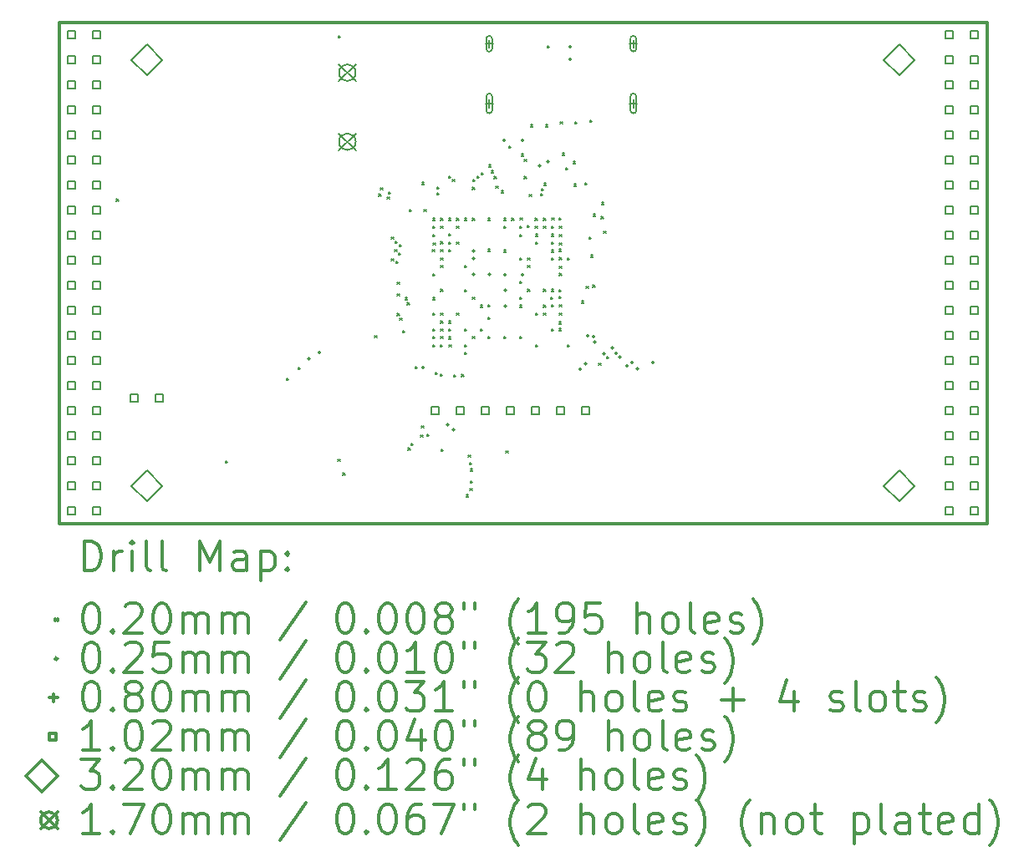
<source format=gbr>
%FSLAX45Y45*%
G04 Gerber Fmt 4.5, Leading zero omitted, Abs format (unit mm)*
G04 Created by KiCad (PCBNEW 4.0.5+dfsg1-4) date Fri May  5 02:04:15 2017*
%MOMM*%
%LPD*%
G01*
G04 APERTURE LIST*
%ADD10C,0.127000*%
%ADD11C,0.300000*%
%ADD12C,0.200000*%
G04 APERTURE END LIST*
D10*
D11*
X9410000Y-6142000D02*
X9410000Y-11222000D01*
X18808000Y-6142000D02*
X9410000Y-6142000D01*
X18808000Y-11222000D02*
X18808000Y-6142000D01*
X9410000Y-11222000D02*
X18808000Y-11222000D01*
D12*
X9991774Y-7933951D02*
X10011774Y-7953951D01*
X10011774Y-7933951D02*
X9991774Y-7953951D01*
X11098000Y-10590000D02*
X11118000Y-10610000D01*
X11118000Y-10590000D02*
X11098000Y-10610000D01*
X11718000Y-9750000D02*
X11738000Y-9770000D01*
X11738000Y-9750000D02*
X11718000Y-9770000D01*
X11835270Y-9641260D02*
X11855270Y-9661260D01*
X11855270Y-9641260D02*
X11835270Y-9661260D01*
X12236540Y-10574497D02*
X12256540Y-10594497D01*
X12256540Y-10574497D02*
X12236540Y-10594497D01*
X12238000Y-6280000D02*
X12258000Y-6300000D01*
X12258000Y-6280000D02*
X12238000Y-6300000D01*
X12288366Y-10711724D02*
X12308366Y-10731724D01*
X12308366Y-10711724D02*
X12288366Y-10731724D01*
X12608627Y-9320941D02*
X12628627Y-9340941D01*
X12628627Y-9320941D02*
X12608627Y-9340941D01*
X12650439Y-7882644D02*
X12670439Y-7902644D01*
X12670439Y-7882644D02*
X12650439Y-7902644D01*
X12667371Y-7820880D02*
X12687371Y-7840880D01*
X12687371Y-7820880D02*
X12667371Y-7840880D01*
X12734582Y-7912636D02*
X12754582Y-7932636D01*
X12754582Y-7912636D02*
X12734582Y-7932636D01*
X12746627Y-7861330D02*
X12766627Y-7881330D01*
X12766627Y-7861330D02*
X12746627Y-7881330D01*
X12778033Y-8321533D02*
X12798033Y-8341533D01*
X12798033Y-8321533D02*
X12778033Y-8341533D01*
X12778563Y-8538999D02*
X12798563Y-8558999D01*
X12798563Y-8538999D02*
X12778563Y-8558999D01*
X12813137Y-8444666D02*
X12833137Y-8464666D01*
X12833137Y-8444666D02*
X12813137Y-8464666D01*
X12814095Y-8360264D02*
X12834095Y-8380264D01*
X12834095Y-8360264D02*
X12814095Y-8380264D01*
X12825341Y-8563273D02*
X12845341Y-8583273D01*
X12845341Y-8563273D02*
X12825341Y-8583273D01*
X12837862Y-9094551D02*
X12857862Y-9114551D01*
X12857862Y-9094551D02*
X12837862Y-9114551D01*
X12838053Y-8779005D02*
X12858053Y-8799005D01*
X12858053Y-8779005D02*
X12838053Y-8799005D01*
X12838087Y-8895108D02*
X12858087Y-8915108D01*
X12858087Y-8895108D02*
X12838087Y-8915108D01*
X12852707Y-8479475D02*
X12872707Y-8499475D01*
X12872707Y-8479475D02*
X12852707Y-8499475D01*
X12856310Y-8395074D02*
X12876310Y-8415074D01*
X12876310Y-8395074D02*
X12856310Y-8415074D01*
X12863041Y-9140848D02*
X12883041Y-9160848D01*
X12883041Y-9140848D02*
X12863041Y-9160848D01*
X12891509Y-9269869D02*
X12911509Y-9289869D01*
X12911509Y-9269869D02*
X12891509Y-9289869D01*
X12918236Y-8933824D02*
X12938236Y-8953824D01*
X12938236Y-8933824D02*
X12918236Y-8953824D01*
X12940049Y-8984936D02*
X12960049Y-9004936D01*
X12960049Y-8984936D02*
X12940049Y-9004936D01*
X12946373Y-10458034D02*
X12966373Y-10478034D01*
X12966373Y-10458034D02*
X12946373Y-10478034D01*
X12958000Y-8040000D02*
X12978000Y-8060000D01*
X12978000Y-8040000D02*
X12958000Y-8060000D01*
X12978000Y-10410000D02*
X12998000Y-10430000D01*
X12998000Y-10410000D02*
X12978000Y-10430000D01*
X13020701Y-9632763D02*
X13040701Y-9652763D01*
X13040701Y-9632763D02*
X13020701Y-9652763D01*
X13073949Y-10325498D02*
X13093949Y-10345498D01*
X13093949Y-10325498D02*
X13073949Y-10345498D01*
X13083000Y-10235838D02*
X13103000Y-10255838D01*
X13103000Y-10235838D02*
X13083000Y-10255838D01*
X13087688Y-7765510D02*
X13107688Y-7785510D01*
X13107688Y-7765510D02*
X13087688Y-7785510D01*
X13108000Y-8040000D02*
X13128000Y-8060000D01*
X13128000Y-8040000D02*
X13108000Y-8060000D01*
X13135385Y-10319621D02*
X13155385Y-10339621D01*
X13155385Y-10319621D02*
X13135385Y-10339621D01*
X13193219Y-8446513D02*
X13213219Y-8466513D01*
X13213219Y-8446513D02*
X13193219Y-8466513D01*
X13197765Y-9087799D02*
X13217765Y-9107799D01*
X13217765Y-9087799D02*
X13197765Y-9107799D01*
X13198000Y-8130000D02*
X13218000Y-8150000D01*
X13218000Y-8130000D02*
X13198000Y-8150000D01*
X13198000Y-8207799D02*
X13218000Y-8227799D01*
X13218000Y-8207799D02*
X13198000Y-8227799D01*
X13198000Y-8690000D02*
X13218000Y-8710000D01*
X13218000Y-8690000D02*
X13198000Y-8710000D01*
X13198000Y-8934402D02*
X13218000Y-8954402D01*
X13218000Y-8934402D02*
X13198000Y-8954402D01*
X13198000Y-9250000D02*
X13218000Y-9270000D01*
X13218000Y-9250000D02*
X13198000Y-9270000D01*
X13198000Y-9330000D02*
X13218000Y-9350000D01*
X13218000Y-9330000D02*
X13198000Y-9350000D01*
X13198000Y-9410000D02*
X13218000Y-9430000D01*
X13218000Y-9410000D02*
X13198000Y-9430000D01*
X13198432Y-8292201D02*
X13218432Y-8312201D01*
X13218432Y-8292201D02*
X13198432Y-8312201D01*
X13201744Y-8376602D02*
X13221744Y-8396602D01*
X13221744Y-8376602D02*
X13201744Y-8396602D01*
X13222226Y-9693017D02*
X13242226Y-9713017D01*
X13242226Y-9693017D02*
X13222226Y-9713017D01*
X13240456Y-7810000D02*
X13260456Y-7830000D01*
X13260456Y-7810000D02*
X13240456Y-7830000D01*
X13240501Y-7869682D02*
X13260501Y-7889682D01*
X13260501Y-7869682D02*
X13240501Y-7889682D01*
X13274998Y-9706100D02*
X13294998Y-9726100D01*
X13294998Y-9706100D02*
X13274998Y-9726100D01*
X13275800Y-9409707D02*
X13295800Y-9429707D01*
X13295800Y-9409707D02*
X13275800Y-9429707D01*
X13277580Y-8532199D02*
X13297580Y-8552199D01*
X13297580Y-8532199D02*
X13277580Y-8552199D01*
X13278000Y-8210000D02*
X13298000Y-8230000D01*
X13298000Y-8210000D02*
X13278000Y-8230000D01*
X13278000Y-8610000D02*
X13298000Y-8630000D01*
X13298000Y-8610000D02*
X13278000Y-8630000D01*
X13278000Y-8850000D02*
X13298000Y-8870000D01*
X13298000Y-8850000D02*
X13278000Y-8870000D01*
X13278000Y-9090000D02*
X13298000Y-9110000D01*
X13298000Y-9090000D02*
X13278000Y-9110000D01*
X13278000Y-9170000D02*
X13298000Y-9190000D01*
X13298000Y-9170000D02*
X13278000Y-9190000D01*
X13278000Y-9250000D02*
X13298000Y-9270000D01*
X13298000Y-9250000D02*
X13278000Y-9270000D01*
X13278000Y-9330000D02*
X13298000Y-9350000D01*
X13298000Y-9330000D02*
X13278000Y-9350000D01*
X13278042Y-8446513D02*
X13298042Y-8466513D01*
X13298042Y-8446513D02*
X13278042Y-8466513D01*
X13278444Y-8129112D02*
X13298444Y-8149112D01*
X13298444Y-8129112D02*
X13278444Y-8149112D01*
X13278650Y-8367799D02*
X13298650Y-8387799D01*
X13298650Y-8367799D02*
X13278650Y-8387799D01*
X13281858Y-10470000D02*
X13301858Y-10490000D01*
X13301858Y-10470000D02*
X13281858Y-10490000D01*
X13356815Y-7701108D02*
X13376815Y-7721108D01*
X13376815Y-7701108D02*
X13356815Y-7721108D01*
X13357194Y-8449520D02*
X13377194Y-8469520D01*
X13377194Y-8449520D02*
X13357194Y-8469520D01*
X13358000Y-8130000D02*
X13378000Y-8150000D01*
X13378000Y-8130000D02*
X13358000Y-8150000D01*
X13358000Y-8287799D02*
X13378000Y-8307799D01*
X13378000Y-8287799D02*
X13358000Y-8307799D01*
X13358000Y-8372201D02*
X13378000Y-8392201D01*
X13378000Y-8372201D02*
X13358000Y-8392201D01*
X13358000Y-9170000D02*
X13378000Y-9190000D01*
X13378000Y-9170000D02*
X13358000Y-9190000D01*
X13358000Y-9250000D02*
X13378000Y-9270000D01*
X13378000Y-9250000D02*
X13358000Y-9270000D01*
X13358567Y-9330248D02*
X13378567Y-9350248D01*
X13378567Y-9330248D02*
X13358567Y-9350248D01*
X13361071Y-9410063D02*
X13381071Y-9430063D01*
X13381071Y-9410063D02*
X13361071Y-9430063D01*
X13395836Y-7736530D02*
X13415836Y-7756530D01*
X13415836Y-7736530D02*
X13395836Y-7756530D01*
X13409815Y-9716998D02*
X13429815Y-9736998D01*
X13429815Y-9716998D02*
X13409815Y-9736998D01*
X13438000Y-8210000D02*
X13458000Y-8230000D01*
X13458000Y-8210000D02*
X13438000Y-8230000D01*
X13438000Y-8370000D02*
X13458000Y-8390000D01*
X13458000Y-8370000D02*
X13438000Y-8390000D01*
X13438000Y-9090000D02*
X13458000Y-9110000D01*
X13458000Y-9090000D02*
X13438000Y-9110000D01*
X13438037Y-8129060D02*
X13458037Y-8149060D01*
X13458037Y-8129060D02*
X13438037Y-8149060D01*
X13488995Y-9713916D02*
X13508995Y-9733916D01*
X13508995Y-9713916D02*
X13488995Y-9733916D01*
X13517331Y-8851860D02*
X13537331Y-8871860D01*
X13537331Y-8851860D02*
X13517331Y-8871860D01*
X13517488Y-8129060D02*
X13537488Y-8149060D01*
X13537488Y-8129060D02*
X13517488Y-8149060D01*
X13518000Y-8610000D02*
X13538000Y-8630000D01*
X13538000Y-8610000D02*
X13518000Y-8630000D01*
X13518000Y-9250000D02*
X13538000Y-9270000D01*
X13538000Y-9250000D02*
X13518000Y-9270000D01*
X13518000Y-9410000D02*
X13538000Y-9430000D01*
X13538000Y-9410000D02*
X13518000Y-9430000D01*
X13518000Y-9490000D02*
X13538000Y-9510000D01*
X13538000Y-9490000D02*
X13518000Y-9510000D01*
X13537195Y-10930959D02*
X13557195Y-10950959D01*
X13557195Y-10930959D02*
X13537195Y-10950959D01*
X13558000Y-10530000D02*
X13578000Y-10550000D01*
X13578000Y-10530000D02*
X13558000Y-10550000D01*
X13567865Y-10606369D02*
X13587865Y-10626369D01*
X13587865Y-10606369D02*
X13567865Y-10626369D01*
X13575325Y-10869239D02*
X13595325Y-10889239D01*
X13595325Y-10869239D02*
X13575325Y-10889239D01*
X13575519Y-10792264D02*
X13595519Y-10812264D01*
X13595519Y-10792264D02*
X13575519Y-10812264D01*
X13578416Y-10670041D02*
X13598416Y-10690041D01*
X13598416Y-10670041D02*
X13578416Y-10690041D01*
X13598000Y-8130000D02*
X13618000Y-8150000D01*
X13618000Y-8130000D02*
X13598000Y-8150000D01*
X13598000Y-8930000D02*
X13618000Y-8950000D01*
X13618000Y-8930000D02*
X13598000Y-8950000D01*
X13598000Y-9330000D02*
X13618000Y-9350000D01*
X13618000Y-9330000D02*
X13598000Y-9350000D01*
X13600201Y-7816859D02*
X13620201Y-7836859D01*
X13620201Y-7816859D02*
X13600201Y-7836859D01*
X13602332Y-7737368D02*
X13622332Y-7757368D01*
X13622332Y-7737368D02*
X13602332Y-7757368D01*
X13644051Y-7700798D02*
X13664051Y-7720798D01*
X13664051Y-7700798D02*
X13644051Y-7720798D01*
X13678000Y-9010000D02*
X13698000Y-9030000D01*
X13698000Y-9010000D02*
X13678000Y-9030000D01*
X13678000Y-9250000D02*
X13698000Y-9270000D01*
X13698000Y-9250000D02*
X13678000Y-9270000D01*
X13686786Y-7669785D02*
X13706786Y-7689785D01*
X13706786Y-7669785D02*
X13686786Y-7689785D01*
X13756589Y-9130245D02*
X13776589Y-9150245D01*
X13776589Y-9130245D02*
X13756589Y-9150245D01*
X13758000Y-8130000D02*
X13778000Y-8150000D01*
X13778000Y-8130000D02*
X13758000Y-8150000D01*
X13758000Y-9007299D02*
X13778000Y-9027299D01*
X13778000Y-9007299D02*
X13758000Y-9027299D01*
X13758000Y-9330000D02*
X13778000Y-9350000D01*
X13778000Y-9330000D02*
X13758000Y-9350000D01*
X13758056Y-8443409D02*
X13778056Y-8463409D01*
X13778056Y-8443409D02*
X13758056Y-8463409D01*
X13765456Y-7587419D02*
X13785456Y-7607419D01*
X13785456Y-7587419D02*
X13765456Y-7607419D01*
X13787496Y-7647724D02*
X13807496Y-7667724D01*
X13807496Y-7647724D02*
X13787496Y-7667724D01*
X13819197Y-7706418D02*
X13839197Y-7726418D01*
X13839197Y-7706418D02*
X13819197Y-7726418D01*
X13837475Y-7801776D02*
X13857475Y-7821776D01*
X13857475Y-7801776D02*
X13837475Y-7821776D01*
X13893099Y-7850080D02*
X13913099Y-7870080D01*
X13913099Y-7850080D02*
X13893099Y-7870080D01*
X13917252Y-8451135D02*
X13937252Y-8471135D01*
X13937252Y-8451135D02*
X13917252Y-8471135D01*
X13918000Y-8130000D02*
X13938000Y-8150000D01*
X13938000Y-8130000D02*
X13918000Y-8150000D01*
X13918000Y-8210000D02*
X13938000Y-8230000D01*
X13938000Y-8210000D02*
X13918000Y-8230000D01*
X13918000Y-9330000D02*
X13938000Y-9350000D01*
X13938000Y-9330000D02*
X13918000Y-9350000D01*
X13938000Y-10490000D02*
X13958000Y-10510000D01*
X13958000Y-10490000D02*
X13938000Y-10510000D01*
X13968250Y-7397346D02*
X13988250Y-7417346D01*
X13988250Y-7397346D02*
X13968250Y-7417346D01*
X13998000Y-8130000D02*
X14018000Y-8150000D01*
X14018000Y-8130000D02*
X13998000Y-8150000D01*
X14076403Y-8294140D02*
X14096403Y-8314140D01*
X14096403Y-8294140D02*
X14076403Y-8314140D01*
X14078000Y-8530000D02*
X14098000Y-8550000D01*
X14098000Y-8530000D02*
X14078000Y-8550000D01*
X14078000Y-8770000D02*
X14098000Y-8790000D01*
X14098000Y-8770000D02*
X14078000Y-8790000D01*
X14078000Y-8930000D02*
X14098000Y-8950000D01*
X14098000Y-8930000D02*
X14078000Y-8950000D01*
X14078000Y-9010000D02*
X14098000Y-9030000D01*
X14098000Y-9010000D02*
X14078000Y-9030000D01*
X14078000Y-9330000D02*
X14098000Y-9350000D01*
X14098000Y-9330000D02*
X14078000Y-9350000D01*
X14080201Y-8207928D02*
X14100201Y-8227928D01*
X14100201Y-8207928D02*
X14080201Y-8227928D01*
X14082401Y-8127559D02*
X14102401Y-8147559D01*
X14102401Y-8127559D02*
X14082401Y-8147559D01*
X14094664Y-7477380D02*
X14114664Y-7497380D01*
X14114664Y-7477380D02*
X14094664Y-7497380D01*
X14122988Y-7531564D02*
X14142988Y-7551564D01*
X14142988Y-7531564D02*
X14122988Y-7551564D01*
X14124602Y-7707029D02*
X14144602Y-7727029D01*
X14144602Y-7707029D02*
X14124602Y-7727029D01*
X14155799Y-8203034D02*
X14175799Y-8223034D01*
X14175799Y-8203034D02*
X14155799Y-8223034D01*
X14158000Y-8530000D02*
X14178000Y-8550000D01*
X14178000Y-8530000D02*
X14158000Y-8550000D01*
X14158000Y-8610000D02*
X14178000Y-8630000D01*
X14178000Y-8610000D02*
X14158000Y-8630000D01*
X14158000Y-8850000D02*
X14178000Y-8870000D01*
X14178000Y-8850000D02*
X14158000Y-8870000D01*
X14175304Y-7886864D02*
X14195304Y-7906864D01*
X14195304Y-7886864D02*
X14175304Y-7906864D01*
X14188614Y-7179985D02*
X14208614Y-7199985D01*
X14208614Y-7179985D02*
X14188614Y-7199985D01*
X14235799Y-8128224D02*
X14255799Y-8148224D01*
X14255799Y-8128224D02*
X14235799Y-8148224D01*
X14235799Y-8209139D02*
X14255799Y-8229139D01*
X14255799Y-8209139D02*
X14235799Y-8229139D01*
X14237355Y-8289891D02*
X14257355Y-8309891D01*
X14257355Y-8289891D02*
X14237355Y-8309891D01*
X14238000Y-8370000D02*
X14258000Y-8390000D01*
X14258000Y-8370000D02*
X14238000Y-8390000D01*
X14238000Y-9090000D02*
X14258000Y-9110000D01*
X14258000Y-9090000D02*
X14238000Y-9110000D01*
X14238000Y-9410000D02*
X14258000Y-9430000D01*
X14258000Y-9410000D02*
X14238000Y-9430000D01*
X14291994Y-7880304D02*
X14311994Y-7900304D01*
X14311994Y-7880304D02*
X14291994Y-7900304D01*
X14298670Y-7828027D02*
X14318670Y-7848027D01*
X14318670Y-7828027D02*
X14298670Y-7848027D01*
X14317803Y-8849503D02*
X14337803Y-8869503D01*
X14337803Y-8849503D02*
X14317803Y-8869503D01*
X14318000Y-9090000D02*
X14338000Y-9110000D01*
X14338000Y-9090000D02*
X14318000Y-9110000D01*
X14318182Y-9010195D02*
X14338182Y-9030195D01*
X14338182Y-9010195D02*
X14318182Y-9030195D01*
X14320201Y-8128173D02*
X14340201Y-8148173D01*
X14340201Y-8128173D02*
X14320201Y-8148173D01*
X14320201Y-8209499D02*
X14340201Y-8229499D01*
X14340201Y-8209499D02*
X14320201Y-8229499D01*
X14322321Y-7773748D02*
X14342321Y-7793748D01*
X14342321Y-7773748D02*
X14322321Y-7793748D01*
X14338000Y-7180000D02*
X14358000Y-7200000D01*
X14358000Y-7180000D02*
X14338000Y-7200000D01*
X14358000Y-6380000D02*
X14378000Y-6400000D01*
X14378000Y-6380000D02*
X14358000Y-6400000D01*
X14393579Y-8929761D02*
X14413579Y-8949761D01*
X14413579Y-8929761D02*
X14393579Y-8949761D01*
X14397690Y-8208645D02*
X14417690Y-8228645D01*
X14417690Y-8208645D02*
X14397690Y-8228645D01*
X14398000Y-8290000D02*
X14418000Y-8310000D01*
X14418000Y-8290000D02*
X14398000Y-8310000D01*
X14398000Y-8370000D02*
X14418000Y-8390000D01*
X14418000Y-8370000D02*
X14398000Y-8390000D01*
X14398000Y-8450000D02*
X14418000Y-8470000D01*
X14418000Y-8450000D02*
X14398000Y-8470000D01*
X14398000Y-9250000D02*
X14418000Y-9270000D01*
X14418000Y-9250000D02*
X14398000Y-9270000D01*
X14398052Y-8529722D02*
X14418052Y-8549722D01*
X14418052Y-8529722D02*
X14398052Y-8549722D01*
X14398242Y-9003286D02*
X14418242Y-9023286D01*
X14418242Y-9003286D02*
X14398242Y-9023286D01*
X14398283Y-8848451D02*
X14418283Y-8868451D01*
X14418283Y-8848451D02*
X14398283Y-8868451D01*
X14404602Y-8127478D02*
X14424602Y-8147478D01*
X14424602Y-8127478D02*
X14404602Y-8147478D01*
X14476639Y-8123398D02*
X14496639Y-8143398D01*
X14496639Y-8123398D02*
X14476639Y-8143398D01*
X14476942Y-8918885D02*
X14496942Y-8938885D01*
X14496942Y-8918885D02*
X14476942Y-8938885D01*
X14477765Y-8852201D02*
X14497765Y-8872201D01*
X14497765Y-8852201D02*
X14477765Y-8872201D01*
X14477769Y-8443293D02*
X14497769Y-8463293D01*
X14497769Y-8443293D02*
X14477769Y-8463293D01*
X14478235Y-9247799D02*
X14498235Y-9267799D01*
X14498235Y-9247799D02*
X14478235Y-9267799D01*
X14478278Y-9177765D02*
X14498278Y-9197765D01*
X14498278Y-9177765D02*
X14478278Y-9197765D01*
X14478509Y-8207799D02*
X14498509Y-8227799D01*
X14498509Y-8207799D02*
X14478509Y-8227799D01*
X14478522Y-9092124D02*
X14498522Y-9112124D01*
X14498522Y-9092124D02*
X14478522Y-9112124D01*
X14478569Y-9003286D02*
X14498569Y-9023286D01*
X14498569Y-9003286D02*
X14478569Y-9023286D01*
X14478654Y-8528519D02*
X14498654Y-8548519D01*
X14498654Y-8528519D02*
X14478654Y-8548519D01*
X14478856Y-8689382D02*
X14498856Y-8709382D01*
X14498856Y-8689382D02*
X14478856Y-8709382D01*
X14479038Y-8376602D02*
X14499038Y-8396602D01*
X14499038Y-8376602D02*
X14479038Y-8396602D01*
X14479410Y-8292201D02*
X14499410Y-8312201D01*
X14499410Y-8292201D02*
X14479410Y-8312201D01*
X14480128Y-8616874D02*
X14500128Y-8636874D01*
X14500128Y-8616874D02*
X14480128Y-8636874D01*
X14487317Y-7149740D02*
X14507317Y-7169740D01*
X14507317Y-7149740D02*
X14487317Y-7169740D01*
X14507287Y-7469262D02*
X14527287Y-7489262D01*
X14527287Y-7469262D02*
X14507287Y-7489262D01*
X14542036Y-7617065D02*
X14562036Y-7637065D01*
X14562036Y-7617065D02*
X14542036Y-7637065D01*
X14558000Y-8532201D02*
X14578000Y-8552201D01*
X14578000Y-8532201D02*
X14558000Y-8552201D01*
X14558000Y-9410000D02*
X14578000Y-9430000D01*
X14578000Y-9410000D02*
X14558000Y-9430000D01*
X14618911Y-7553663D02*
X14638911Y-7573663D01*
X14638911Y-7553663D02*
X14618911Y-7573663D01*
X14628717Y-7781899D02*
X14648717Y-7801899D01*
X14648717Y-7781899D02*
X14628717Y-7801899D01*
X14637468Y-7149146D02*
X14657468Y-7169146D01*
X14657468Y-7149146D02*
X14637468Y-7169146D01*
X14702397Y-8966762D02*
X14722397Y-8986762D01*
X14722397Y-8966762D02*
X14702397Y-8986762D01*
X14738000Y-7772201D02*
X14758000Y-7792201D01*
X14758000Y-7772201D02*
X14738000Y-7792201D01*
X14749599Y-8818958D02*
X14769599Y-8838958D01*
X14769599Y-8818958D02*
X14749599Y-8838958D01*
X14778000Y-8321986D02*
X14798000Y-8341986D01*
X14798000Y-8321986D02*
X14778000Y-8341986D01*
X14788000Y-7132120D02*
X14808000Y-7152120D01*
X14808000Y-7132120D02*
X14788000Y-7152120D01*
X14796398Y-8501490D02*
X14816398Y-8521490D01*
X14816398Y-8501490D02*
X14796398Y-8521490D01*
X14818000Y-8807799D02*
X14838000Y-8827799D01*
X14838000Y-8807799D02*
X14818000Y-8827799D01*
X14823777Y-8087578D02*
X14843777Y-8107578D01*
X14843777Y-8087578D02*
X14823777Y-8107578D01*
X14878000Y-9600000D02*
X14898000Y-9620000D01*
X14898000Y-9600000D02*
X14878000Y-9620000D01*
X14902907Y-8111447D02*
X14922907Y-8131447D01*
X14922907Y-8111447D02*
X14902907Y-8131447D01*
X14908500Y-7970000D02*
X14928500Y-7990000D01*
X14928500Y-7970000D02*
X14908500Y-7990000D01*
X14930001Y-8262364D02*
X14950001Y-8282364D01*
X14950001Y-8262364D02*
X14930001Y-8282364D01*
X14960083Y-9531764D02*
X14980083Y-9551764D01*
X14980083Y-9531764D02*
X14960083Y-9551764D01*
X11954964Y-9555088D02*
G75*
G03X11954964Y-9555088I-12700J0D01*
G01*
X12060999Y-9486864D02*
G75*
G03X12060999Y-9486864I-12700J0D01*
G01*
X13107902Y-9644136D02*
G75*
G03X13107902Y-9644136I-12700J0D01*
G01*
X13357629Y-10223262D02*
G75*
G03X13357629Y-10223262I-12700J0D01*
G01*
X13420141Y-10275223D02*
G75*
G03X13420141Y-10275223I-12700J0D01*
G01*
X13620700Y-8460000D02*
G75*
G03X13620700Y-8460000I-12700J0D01*
G01*
X13620700Y-8540000D02*
G75*
G03X13620700Y-8540000I-12700J0D01*
G01*
X13623799Y-8699540D02*
G75*
G03X13623799Y-8699540I-12700J0D01*
G01*
X13780700Y-8700000D02*
G75*
G03X13780700Y-8700000I-12700J0D01*
G01*
X13931242Y-7337804D02*
G75*
G03X13931242Y-7337804I-12700J0D01*
G01*
X13940700Y-8700000D02*
G75*
G03X13940700Y-8700000I-12700J0D01*
G01*
X13940700Y-8860000D02*
G75*
G03X13940700Y-8860000I-12700J0D01*
G01*
X13940989Y-9018547D02*
G75*
G03X13940989Y-9018547I-12700J0D01*
G01*
X14115614Y-7339101D02*
G75*
G03X14115614Y-7339101I-12700J0D01*
G01*
X14116986Y-8699500D02*
G75*
G03X14116986Y-8699500I-12700J0D01*
G01*
X14290285Y-7593915D02*
G75*
G03X14290285Y-7593915I-12700J0D01*
G01*
X14375267Y-7552125D02*
G75*
G03X14375267Y-7552125I-12700J0D01*
G01*
X14597886Y-6518923D02*
G75*
G03X14597886Y-6518923I-12700J0D01*
G01*
X14600073Y-6392085D02*
G75*
G03X14600073Y-6392085I-12700J0D01*
G01*
X14700700Y-9660000D02*
G75*
G03X14700700Y-9660000I-12700J0D01*
G01*
X14756716Y-9601454D02*
G75*
G03X14756716Y-9601454I-12700J0D01*
G01*
X14777147Y-9322948D02*
G75*
G03X14777147Y-9322948I-12700J0D01*
G01*
X14835104Y-9327037D02*
G75*
G03X14835104Y-9327037I-12700J0D01*
G01*
X14846929Y-9383922D02*
G75*
G03X14846929Y-9383922I-12700J0D01*
G01*
X14941590Y-9504387D02*
G75*
G03X14941590Y-9504387I-12700J0D01*
G01*
X15025690Y-9441490D02*
G75*
G03X15025690Y-9441490I-12700J0D01*
G01*
X15062355Y-9498156D02*
G75*
G03X15062355Y-9498156I-12700J0D01*
G01*
X15102959Y-9539714D02*
G75*
G03X15102959Y-9539714I-12700J0D01*
G01*
X15174658Y-9622822D02*
G75*
G03X15174658Y-9622822I-12700J0D01*
G01*
X15224569Y-9589479D02*
G75*
G03X15224569Y-9589479I-12700J0D01*
G01*
X15280700Y-9655099D02*
G75*
G03X15280700Y-9655099I-12700J0D01*
G01*
X15440260Y-9592491D02*
G75*
G03X15440260Y-9592491I-12700J0D01*
G01*
X13768000Y-6320000D02*
X13768000Y-6400000D01*
X13728000Y-6360000D02*
X13808000Y-6360000D01*
X13738000Y-6310000D02*
X13738000Y-6410000D01*
X13798000Y-6310000D02*
X13798000Y-6410000D01*
X13738000Y-6410000D02*
G75*
G03X13798000Y-6410000I30000J0D01*
G01*
X13798000Y-6310000D02*
G75*
G03X13738000Y-6310000I-30000J0D01*
G01*
X13768000Y-6925000D02*
X13768000Y-7005000D01*
X13728000Y-6965000D02*
X13808000Y-6965000D01*
X13738000Y-6895000D02*
X13738000Y-7035000D01*
X13798000Y-6895000D02*
X13798000Y-7035000D01*
X13738000Y-7035000D02*
G75*
G03X13798000Y-7035000I30000J0D01*
G01*
X13798000Y-6895000D02*
G75*
G03X13738000Y-6895000I-30000J0D01*
G01*
X15228000Y-6320000D02*
X15228000Y-6400000D01*
X15188000Y-6360000D02*
X15268000Y-6360000D01*
X15198000Y-6310000D02*
X15198000Y-6410000D01*
X15258000Y-6310000D02*
X15258000Y-6410000D01*
X15198000Y-6410000D02*
G75*
G03X15258000Y-6410000I30000J0D01*
G01*
X15258000Y-6310000D02*
G75*
G03X15198000Y-6310000I-30000J0D01*
G01*
X15228000Y-6925000D02*
X15228000Y-7005000D01*
X15188000Y-6965000D02*
X15268000Y-6965000D01*
X15198000Y-6895000D02*
X15198000Y-7035000D01*
X15258000Y-6895000D02*
X15258000Y-7035000D01*
X15198000Y-7035000D02*
G75*
G03X15258000Y-7035000I30000J0D01*
G01*
X15258000Y-6895000D02*
G75*
G03X15198000Y-6895000I-30000J0D01*
G01*
X9572921Y-6304921D02*
X9572921Y-6233079D01*
X9501079Y-6233079D01*
X9501079Y-6304921D01*
X9572921Y-6304921D01*
X9572921Y-6558921D02*
X9572921Y-6487079D01*
X9501079Y-6487079D01*
X9501079Y-6558921D01*
X9572921Y-6558921D01*
X9572921Y-6812921D02*
X9572921Y-6741079D01*
X9501079Y-6741079D01*
X9501079Y-6812921D01*
X9572921Y-6812921D01*
X9572921Y-7066921D02*
X9572921Y-6995079D01*
X9501079Y-6995079D01*
X9501079Y-7066921D01*
X9572921Y-7066921D01*
X9572921Y-7320921D02*
X9572921Y-7249079D01*
X9501079Y-7249079D01*
X9501079Y-7320921D01*
X9572921Y-7320921D01*
X9572921Y-7574921D02*
X9572921Y-7503079D01*
X9501079Y-7503079D01*
X9501079Y-7574921D01*
X9572921Y-7574921D01*
X9572921Y-7828921D02*
X9572921Y-7757079D01*
X9501079Y-7757079D01*
X9501079Y-7828921D01*
X9572921Y-7828921D01*
X9572921Y-8082921D02*
X9572921Y-8011079D01*
X9501079Y-8011079D01*
X9501079Y-8082921D01*
X9572921Y-8082921D01*
X9572921Y-8336921D02*
X9572921Y-8265079D01*
X9501079Y-8265079D01*
X9501079Y-8336921D01*
X9572921Y-8336921D01*
X9572921Y-8590921D02*
X9572921Y-8519079D01*
X9501079Y-8519079D01*
X9501079Y-8590921D01*
X9572921Y-8590921D01*
X9572921Y-8844921D02*
X9572921Y-8773079D01*
X9501079Y-8773079D01*
X9501079Y-8844921D01*
X9572921Y-8844921D01*
X9572921Y-9098921D02*
X9572921Y-9027079D01*
X9501079Y-9027079D01*
X9501079Y-9098921D01*
X9572921Y-9098921D01*
X9572921Y-9352921D02*
X9572921Y-9281079D01*
X9501079Y-9281079D01*
X9501079Y-9352921D01*
X9572921Y-9352921D01*
X9572921Y-9606921D02*
X9572921Y-9535079D01*
X9501079Y-9535079D01*
X9501079Y-9606921D01*
X9572921Y-9606921D01*
X9572921Y-9860921D02*
X9572921Y-9789079D01*
X9501079Y-9789079D01*
X9501079Y-9860921D01*
X9572921Y-9860921D01*
X9572921Y-10114921D02*
X9572921Y-10043079D01*
X9501079Y-10043079D01*
X9501079Y-10114921D01*
X9572921Y-10114921D01*
X9572921Y-10368921D02*
X9572921Y-10297079D01*
X9501079Y-10297079D01*
X9501079Y-10368921D01*
X9572921Y-10368921D01*
X9572921Y-10622921D02*
X9572921Y-10551079D01*
X9501079Y-10551079D01*
X9501079Y-10622921D01*
X9572921Y-10622921D01*
X9572921Y-10876921D02*
X9572921Y-10805079D01*
X9501079Y-10805079D01*
X9501079Y-10876921D01*
X9572921Y-10876921D01*
X9572921Y-11130921D02*
X9572921Y-11059079D01*
X9501079Y-11059079D01*
X9501079Y-11130921D01*
X9572921Y-11130921D01*
X9826921Y-6304921D02*
X9826921Y-6233079D01*
X9755079Y-6233079D01*
X9755079Y-6304921D01*
X9826921Y-6304921D01*
X9826921Y-6558921D02*
X9826921Y-6487079D01*
X9755079Y-6487079D01*
X9755079Y-6558921D01*
X9826921Y-6558921D01*
X9826921Y-6812921D02*
X9826921Y-6741079D01*
X9755079Y-6741079D01*
X9755079Y-6812921D01*
X9826921Y-6812921D01*
X9826921Y-7066921D02*
X9826921Y-6995079D01*
X9755079Y-6995079D01*
X9755079Y-7066921D01*
X9826921Y-7066921D01*
X9826921Y-7320921D02*
X9826921Y-7249079D01*
X9755079Y-7249079D01*
X9755079Y-7320921D01*
X9826921Y-7320921D01*
X9826921Y-7574921D02*
X9826921Y-7503079D01*
X9755079Y-7503079D01*
X9755079Y-7574921D01*
X9826921Y-7574921D01*
X9826921Y-7828921D02*
X9826921Y-7757079D01*
X9755079Y-7757079D01*
X9755079Y-7828921D01*
X9826921Y-7828921D01*
X9826921Y-8082921D02*
X9826921Y-8011079D01*
X9755079Y-8011079D01*
X9755079Y-8082921D01*
X9826921Y-8082921D01*
X9826921Y-8336921D02*
X9826921Y-8265079D01*
X9755079Y-8265079D01*
X9755079Y-8336921D01*
X9826921Y-8336921D01*
X9826921Y-8590921D02*
X9826921Y-8519079D01*
X9755079Y-8519079D01*
X9755079Y-8590921D01*
X9826921Y-8590921D01*
X9826921Y-8844921D02*
X9826921Y-8773079D01*
X9755079Y-8773079D01*
X9755079Y-8844921D01*
X9826921Y-8844921D01*
X9826921Y-9098921D02*
X9826921Y-9027079D01*
X9755079Y-9027079D01*
X9755079Y-9098921D01*
X9826921Y-9098921D01*
X9826921Y-9352921D02*
X9826921Y-9281079D01*
X9755079Y-9281079D01*
X9755079Y-9352921D01*
X9826921Y-9352921D01*
X9826921Y-9606921D02*
X9826921Y-9535079D01*
X9755079Y-9535079D01*
X9755079Y-9606921D01*
X9826921Y-9606921D01*
X9826921Y-9860921D02*
X9826921Y-9789079D01*
X9755079Y-9789079D01*
X9755079Y-9860921D01*
X9826921Y-9860921D01*
X9826921Y-10114921D02*
X9826921Y-10043079D01*
X9755079Y-10043079D01*
X9755079Y-10114921D01*
X9826921Y-10114921D01*
X9826921Y-10368921D02*
X9826921Y-10297079D01*
X9755079Y-10297079D01*
X9755079Y-10368921D01*
X9826921Y-10368921D01*
X9826921Y-10622921D02*
X9826921Y-10551079D01*
X9755079Y-10551079D01*
X9755079Y-10622921D01*
X9826921Y-10622921D01*
X9826921Y-10876921D02*
X9826921Y-10805079D01*
X9755079Y-10805079D01*
X9755079Y-10876921D01*
X9826921Y-10876921D01*
X9826921Y-11130921D02*
X9826921Y-11059079D01*
X9755079Y-11059079D01*
X9755079Y-11130921D01*
X9826921Y-11130921D01*
X10207921Y-9987921D02*
X10207921Y-9916079D01*
X10136079Y-9916079D01*
X10136079Y-9987921D01*
X10207921Y-9987921D01*
X10461921Y-9987921D02*
X10461921Y-9916079D01*
X10390079Y-9916079D01*
X10390079Y-9987921D01*
X10461921Y-9987921D01*
X13255921Y-10114921D02*
X13255921Y-10043079D01*
X13184079Y-10043079D01*
X13184079Y-10114921D01*
X13255921Y-10114921D01*
X13509921Y-10114921D02*
X13509921Y-10043079D01*
X13438079Y-10043079D01*
X13438079Y-10114921D01*
X13509921Y-10114921D01*
X13763921Y-10114921D02*
X13763921Y-10043079D01*
X13692079Y-10043079D01*
X13692079Y-10114921D01*
X13763921Y-10114921D01*
X14017921Y-10114921D02*
X14017921Y-10043079D01*
X13946079Y-10043079D01*
X13946079Y-10114921D01*
X14017921Y-10114921D01*
X14271921Y-10114921D02*
X14271921Y-10043079D01*
X14200079Y-10043079D01*
X14200079Y-10114921D01*
X14271921Y-10114921D01*
X14525921Y-10114921D02*
X14525921Y-10043079D01*
X14454079Y-10043079D01*
X14454079Y-10114921D01*
X14525921Y-10114921D01*
X14779921Y-10114921D02*
X14779921Y-10043079D01*
X14708079Y-10043079D01*
X14708079Y-10114921D01*
X14779921Y-10114921D01*
X18462921Y-6304921D02*
X18462921Y-6233079D01*
X18391079Y-6233079D01*
X18391079Y-6304921D01*
X18462921Y-6304921D01*
X18462921Y-6558921D02*
X18462921Y-6487079D01*
X18391079Y-6487079D01*
X18391079Y-6558921D01*
X18462921Y-6558921D01*
X18462921Y-6812921D02*
X18462921Y-6741079D01*
X18391079Y-6741079D01*
X18391079Y-6812921D01*
X18462921Y-6812921D01*
X18462921Y-7066921D02*
X18462921Y-6995079D01*
X18391079Y-6995079D01*
X18391079Y-7066921D01*
X18462921Y-7066921D01*
X18462921Y-7320921D02*
X18462921Y-7249079D01*
X18391079Y-7249079D01*
X18391079Y-7320921D01*
X18462921Y-7320921D01*
X18462921Y-7574921D02*
X18462921Y-7503079D01*
X18391079Y-7503079D01*
X18391079Y-7574921D01*
X18462921Y-7574921D01*
X18462921Y-7828921D02*
X18462921Y-7757079D01*
X18391079Y-7757079D01*
X18391079Y-7828921D01*
X18462921Y-7828921D01*
X18462921Y-8082921D02*
X18462921Y-8011079D01*
X18391079Y-8011079D01*
X18391079Y-8082921D01*
X18462921Y-8082921D01*
X18462921Y-8336921D02*
X18462921Y-8265079D01*
X18391079Y-8265079D01*
X18391079Y-8336921D01*
X18462921Y-8336921D01*
X18462921Y-8590921D02*
X18462921Y-8519079D01*
X18391079Y-8519079D01*
X18391079Y-8590921D01*
X18462921Y-8590921D01*
X18462921Y-8844921D02*
X18462921Y-8773079D01*
X18391079Y-8773079D01*
X18391079Y-8844921D01*
X18462921Y-8844921D01*
X18462921Y-9098921D02*
X18462921Y-9027079D01*
X18391079Y-9027079D01*
X18391079Y-9098921D01*
X18462921Y-9098921D01*
X18462921Y-9352921D02*
X18462921Y-9281079D01*
X18391079Y-9281079D01*
X18391079Y-9352921D01*
X18462921Y-9352921D01*
X18462921Y-9606921D02*
X18462921Y-9535079D01*
X18391079Y-9535079D01*
X18391079Y-9606921D01*
X18462921Y-9606921D01*
X18462921Y-9860921D02*
X18462921Y-9789079D01*
X18391079Y-9789079D01*
X18391079Y-9860921D01*
X18462921Y-9860921D01*
X18462921Y-10114921D02*
X18462921Y-10043079D01*
X18391079Y-10043079D01*
X18391079Y-10114921D01*
X18462921Y-10114921D01*
X18462921Y-10368921D02*
X18462921Y-10297079D01*
X18391079Y-10297079D01*
X18391079Y-10368921D01*
X18462921Y-10368921D01*
X18462921Y-10622921D02*
X18462921Y-10551079D01*
X18391079Y-10551079D01*
X18391079Y-10622921D01*
X18462921Y-10622921D01*
X18462921Y-10876921D02*
X18462921Y-10805079D01*
X18391079Y-10805079D01*
X18391079Y-10876921D01*
X18462921Y-10876921D01*
X18462921Y-11130921D02*
X18462921Y-11059079D01*
X18391079Y-11059079D01*
X18391079Y-11130921D01*
X18462921Y-11130921D01*
X18716921Y-6304921D02*
X18716921Y-6233079D01*
X18645079Y-6233079D01*
X18645079Y-6304921D01*
X18716921Y-6304921D01*
X18716921Y-6558921D02*
X18716921Y-6487079D01*
X18645079Y-6487079D01*
X18645079Y-6558921D01*
X18716921Y-6558921D01*
X18716921Y-6812921D02*
X18716921Y-6741079D01*
X18645079Y-6741079D01*
X18645079Y-6812921D01*
X18716921Y-6812921D01*
X18716921Y-7066921D02*
X18716921Y-6995079D01*
X18645079Y-6995079D01*
X18645079Y-7066921D01*
X18716921Y-7066921D01*
X18716921Y-7320921D02*
X18716921Y-7249079D01*
X18645079Y-7249079D01*
X18645079Y-7320921D01*
X18716921Y-7320921D01*
X18716921Y-7574921D02*
X18716921Y-7503079D01*
X18645079Y-7503079D01*
X18645079Y-7574921D01*
X18716921Y-7574921D01*
X18716921Y-7828921D02*
X18716921Y-7757079D01*
X18645079Y-7757079D01*
X18645079Y-7828921D01*
X18716921Y-7828921D01*
X18716921Y-8082921D02*
X18716921Y-8011079D01*
X18645079Y-8011079D01*
X18645079Y-8082921D01*
X18716921Y-8082921D01*
X18716921Y-8336921D02*
X18716921Y-8265079D01*
X18645079Y-8265079D01*
X18645079Y-8336921D01*
X18716921Y-8336921D01*
X18716921Y-8590921D02*
X18716921Y-8519079D01*
X18645079Y-8519079D01*
X18645079Y-8590921D01*
X18716921Y-8590921D01*
X18716921Y-8844921D02*
X18716921Y-8773079D01*
X18645079Y-8773079D01*
X18645079Y-8844921D01*
X18716921Y-8844921D01*
X18716921Y-9098921D02*
X18716921Y-9027079D01*
X18645079Y-9027079D01*
X18645079Y-9098921D01*
X18716921Y-9098921D01*
X18716921Y-9352921D02*
X18716921Y-9281079D01*
X18645079Y-9281079D01*
X18645079Y-9352921D01*
X18716921Y-9352921D01*
X18716921Y-9606921D02*
X18716921Y-9535079D01*
X18645079Y-9535079D01*
X18645079Y-9606921D01*
X18716921Y-9606921D01*
X18716921Y-9860921D02*
X18716921Y-9789079D01*
X18645079Y-9789079D01*
X18645079Y-9860921D01*
X18716921Y-9860921D01*
X18716921Y-10114921D02*
X18716921Y-10043079D01*
X18645079Y-10043079D01*
X18645079Y-10114921D01*
X18716921Y-10114921D01*
X18716921Y-10368921D02*
X18716921Y-10297079D01*
X18645079Y-10297079D01*
X18645079Y-10368921D01*
X18716921Y-10368921D01*
X18716921Y-10622921D02*
X18716921Y-10551079D01*
X18645079Y-10551079D01*
X18645079Y-10622921D01*
X18716921Y-10622921D01*
X18716921Y-10876921D02*
X18716921Y-10805079D01*
X18645079Y-10805079D01*
X18645079Y-10876921D01*
X18716921Y-10876921D01*
X18716921Y-11130921D02*
X18716921Y-11059079D01*
X18645079Y-11059079D01*
X18645079Y-11130921D01*
X18716921Y-11130921D01*
X10299000Y-6683000D02*
X10459000Y-6523000D01*
X10299000Y-6363000D01*
X10139000Y-6523000D01*
X10299000Y-6683000D01*
X10299000Y-11001000D02*
X10459000Y-10841000D01*
X10299000Y-10681000D01*
X10139000Y-10841000D01*
X10299000Y-11001000D01*
X17919000Y-6683000D02*
X18079000Y-6523000D01*
X17919000Y-6363000D01*
X17759000Y-6523000D01*
X17919000Y-6683000D01*
X17919000Y-11001000D02*
X18079000Y-10841000D01*
X17919000Y-10681000D01*
X17759000Y-10841000D01*
X17919000Y-11001000D01*
X12246000Y-6569000D02*
X12416000Y-6739000D01*
X12416000Y-6569000D02*
X12246000Y-6739000D01*
X12416000Y-6654000D02*
G75*
G03X12416000Y-6654000I-85000J0D01*
G01*
X12246000Y-7269000D02*
X12416000Y-7439000D01*
X12416000Y-7269000D02*
X12246000Y-7439000D01*
X12416000Y-7354000D02*
G75*
G03X12416000Y-7354000I-85000J0D01*
G01*
D11*
X9666429Y-11702714D02*
X9666429Y-11402714D01*
X9737857Y-11402714D01*
X9780714Y-11417000D01*
X9809286Y-11445571D01*
X9823571Y-11474143D01*
X9837857Y-11531286D01*
X9837857Y-11574143D01*
X9823571Y-11631286D01*
X9809286Y-11659857D01*
X9780714Y-11688429D01*
X9737857Y-11702714D01*
X9666429Y-11702714D01*
X9966429Y-11702714D02*
X9966429Y-11502714D01*
X9966429Y-11559857D02*
X9980714Y-11531286D01*
X9995000Y-11517000D01*
X10023571Y-11502714D01*
X10052143Y-11502714D01*
X10152143Y-11702714D02*
X10152143Y-11502714D01*
X10152143Y-11402714D02*
X10137857Y-11417000D01*
X10152143Y-11431286D01*
X10166429Y-11417000D01*
X10152143Y-11402714D01*
X10152143Y-11431286D01*
X10337857Y-11702714D02*
X10309286Y-11688429D01*
X10295000Y-11659857D01*
X10295000Y-11402714D01*
X10495000Y-11702714D02*
X10466429Y-11688429D01*
X10452143Y-11659857D01*
X10452143Y-11402714D01*
X10837857Y-11702714D02*
X10837857Y-11402714D01*
X10937857Y-11617000D01*
X11037857Y-11402714D01*
X11037857Y-11702714D01*
X11309286Y-11702714D02*
X11309286Y-11545571D01*
X11295000Y-11517000D01*
X11266428Y-11502714D01*
X11209286Y-11502714D01*
X11180714Y-11517000D01*
X11309286Y-11688429D02*
X11280714Y-11702714D01*
X11209286Y-11702714D01*
X11180714Y-11688429D01*
X11166429Y-11659857D01*
X11166429Y-11631286D01*
X11180714Y-11602714D01*
X11209286Y-11588429D01*
X11280714Y-11588429D01*
X11309286Y-11574143D01*
X11452143Y-11502714D02*
X11452143Y-11802714D01*
X11452143Y-11517000D02*
X11480714Y-11502714D01*
X11537857Y-11502714D01*
X11566428Y-11517000D01*
X11580714Y-11531286D01*
X11595000Y-11559857D01*
X11595000Y-11645571D01*
X11580714Y-11674143D01*
X11566428Y-11688429D01*
X11537857Y-11702714D01*
X11480714Y-11702714D01*
X11452143Y-11688429D01*
X11723571Y-11674143D02*
X11737857Y-11688429D01*
X11723571Y-11702714D01*
X11709286Y-11688429D01*
X11723571Y-11674143D01*
X11723571Y-11702714D01*
X11723571Y-11517000D02*
X11737857Y-11531286D01*
X11723571Y-11545571D01*
X11709286Y-11531286D01*
X11723571Y-11517000D01*
X11723571Y-11545571D01*
X9375000Y-12187000D02*
X9395000Y-12207000D01*
X9395000Y-12187000D02*
X9375000Y-12207000D01*
X9723571Y-12032714D02*
X9752143Y-12032714D01*
X9780714Y-12047000D01*
X9795000Y-12061286D01*
X9809286Y-12089857D01*
X9823571Y-12147000D01*
X9823571Y-12218429D01*
X9809286Y-12275571D01*
X9795000Y-12304143D01*
X9780714Y-12318429D01*
X9752143Y-12332714D01*
X9723571Y-12332714D01*
X9695000Y-12318429D01*
X9680714Y-12304143D01*
X9666429Y-12275571D01*
X9652143Y-12218429D01*
X9652143Y-12147000D01*
X9666429Y-12089857D01*
X9680714Y-12061286D01*
X9695000Y-12047000D01*
X9723571Y-12032714D01*
X9952143Y-12304143D02*
X9966429Y-12318429D01*
X9952143Y-12332714D01*
X9937857Y-12318429D01*
X9952143Y-12304143D01*
X9952143Y-12332714D01*
X10080714Y-12061286D02*
X10095000Y-12047000D01*
X10123571Y-12032714D01*
X10195000Y-12032714D01*
X10223571Y-12047000D01*
X10237857Y-12061286D01*
X10252143Y-12089857D01*
X10252143Y-12118429D01*
X10237857Y-12161286D01*
X10066428Y-12332714D01*
X10252143Y-12332714D01*
X10437857Y-12032714D02*
X10466429Y-12032714D01*
X10495000Y-12047000D01*
X10509286Y-12061286D01*
X10523571Y-12089857D01*
X10537857Y-12147000D01*
X10537857Y-12218429D01*
X10523571Y-12275571D01*
X10509286Y-12304143D01*
X10495000Y-12318429D01*
X10466429Y-12332714D01*
X10437857Y-12332714D01*
X10409286Y-12318429D01*
X10395000Y-12304143D01*
X10380714Y-12275571D01*
X10366429Y-12218429D01*
X10366429Y-12147000D01*
X10380714Y-12089857D01*
X10395000Y-12061286D01*
X10409286Y-12047000D01*
X10437857Y-12032714D01*
X10666429Y-12332714D02*
X10666429Y-12132714D01*
X10666429Y-12161286D02*
X10680714Y-12147000D01*
X10709286Y-12132714D01*
X10752143Y-12132714D01*
X10780714Y-12147000D01*
X10795000Y-12175571D01*
X10795000Y-12332714D01*
X10795000Y-12175571D02*
X10809286Y-12147000D01*
X10837857Y-12132714D01*
X10880714Y-12132714D01*
X10909286Y-12147000D01*
X10923571Y-12175571D01*
X10923571Y-12332714D01*
X11066429Y-12332714D02*
X11066429Y-12132714D01*
X11066429Y-12161286D02*
X11080714Y-12147000D01*
X11109286Y-12132714D01*
X11152143Y-12132714D01*
X11180714Y-12147000D01*
X11195000Y-12175571D01*
X11195000Y-12332714D01*
X11195000Y-12175571D02*
X11209286Y-12147000D01*
X11237857Y-12132714D01*
X11280714Y-12132714D01*
X11309286Y-12147000D01*
X11323571Y-12175571D01*
X11323571Y-12332714D01*
X11909286Y-12018429D02*
X11652143Y-12404143D01*
X12295000Y-12032714D02*
X12323571Y-12032714D01*
X12352143Y-12047000D01*
X12366428Y-12061286D01*
X12380714Y-12089857D01*
X12395000Y-12147000D01*
X12395000Y-12218429D01*
X12380714Y-12275571D01*
X12366428Y-12304143D01*
X12352143Y-12318429D01*
X12323571Y-12332714D01*
X12295000Y-12332714D01*
X12266428Y-12318429D01*
X12252143Y-12304143D01*
X12237857Y-12275571D01*
X12223571Y-12218429D01*
X12223571Y-12147000D01*
X12237857Y-12089857D01*
X12252143Y-12061286D01*
X12266428Y-12047000D01*
X12295000Y-12032714D01*
X12523571Y-12304143D02*
X12537857Y-12318429D01*
X12523571Y-12332714D01*
X12509286Y-12318429D01*
X12523571Y-12304143D01*
X12523571Y-12332714D01*
X12723571Y-12032714D02*
X12752143Y-12032714D01*
X12780714Y-12047000D01*
X12795000Y-12061286D01*
X12809285Y-12089857D01*
X12823571Y-12147000D01*
X12823571Y-12218429D01*
X12809285Y-12275571D01*
X12795000Y-12304143D01*
X12780714Y-12318429D01*
X12752143Y-12332714D01*
X12723571Y-12332714D01*
X12695000Y-12318429D01*
X12680714Y-12304143D01*
X12666428Y-12275571D01*
X12652143Y-12218429D01*
X12652143Y-12147000D01*
X12666428Y-12089857D01*
X12680714Y-12061286D01*
X12695000Y-12047000D01*
X12723571Y-12032714D01*
X13009285Y-12032714D02*
X13037857Y-12032714D01*
X13066428Y-12047000D01*
X13080714Y-12061286D01*
X13095000Y-12089857D01*
X13109285Y-12147000D01*
X13109285Y-12218429D01*
X13095000Y-12275571D01*
X13080714Y-12304143D01*
X13066428Y-12318429D01*
X13037857Y-12332714D01*
X13009285Y-12332714D01*
X12980714Y-12318429D01*
X12966428Y-12304143D01*
X12952143Y-12275571D01*
X12937857Y-12218429D01*
X12937857Y-12147000D01*
X12952143Y-12089857D01*
X12966428Y-12061286D01*
X12980714Y-12047000D01*
X13009285Y-12032714D01*
X13280714Y-12161286D02*
X13252143Y-12147000D01*
X13237857Y-12132714D01*
X13223571Y-12104143D01*
X13223571Y-12089857D01*
X13237857Y-12061286D01*
X13252143Y-12047000D01*
X13280714Y-12032714D01*
X13337857Y-12032714D01*
X13366428Y-12047000D01*
X13380714Y-12061286D01*
X13395000Y-12089857D01*
X13395000Y-12104143D01*
X13380714Y-12132714D01*
X13366428Y-12147000D01*
X13337857Y-12161286D01*
X13280714Y-12161286D01*
X13252143Y-12175571D01*
X13237857Y-12189857D01*
X13223571Y-12218429D01*
X13223571Y-12275571D01*
X13237857Y-12304143D01*
X13252143Y-12318429D01*
X13280714Y-12332714D01*
X13337857Y-12332714D01*
X13366428Y-12318429D01*
X13380714Y-12304143D01*
X13395000Y-12275571D01*
X13395000Y-12218429D01*
X13380714Y-12189857D01*
X13366428Y-12175571D01*
X13337857Y-12161286D01*
X13509286Y-12032714D02*
X13509286Y-12089857D01*
X13623571Y-12032714D02*
X13623571Y-12089857D01*
X14066428Y-12447000D02*
X14052143Y-12432714D01*
X14023571Y-12389857D01*
X14009285Y-12361286D01*
X13995000Y-12318429D01*
X13980714Y-12247000D01*
X13980714Y-12189857D01*
X13995000Y-12118429D01*
X14009285Y-12075571D01*
X14023571Y-12047000D01*
X14052143Y-12004143D01*
X14066428Y-11989857D01*
X14337857Y-12332714D02*
X14166428Y-12332714D01*
X14252143Y-12332714D02*
X14252143Y-12032714D01*
X14223571Y-12075571D01*
X14195000Y-12104143D01*
X14166428Y-12118429D01*
X14480714Y-12332714D02*
X14537857Y-12332714D01*
X14566428Y-12318429D01*
X14580714Y-12304143D01*
X14609285Y-12261286D01*
X14623571Y-12204143D01*
X14623571Y-12089857D01*
X14609285Y-12061286D01*
X14595000Y-12047000D01*
X14566428Y-12032714D01*
X14509285Y-12032714D01*
X14480714Y-12047000D01*
X14466428Y-12061286D01*
X14452143Y-12089857D01*
X14452143Y-12161286D01*
X14466428Y-12189857D01*
X14480714Y-12204143D01*
X14509285Y-12218429D01*
X14566428Y-12218429D01*
X14595000Y-12204143D01*
X14609285Y-12189857D01*
X14623571Y-12161286D01*
X14895000Y-12032714D02*
X14752143Y-12032714D01*
X14737857Y-12175571D01*
X14752143Y-12161286D01*
X14780714Y-12147000D01*
X14852143Y-12147000D01*
X14880714Y-12161286D01*
X14895000Y-12175571D01*
X14909285Y-12204143D01*
X14909285Y-12275571D01*
X14895000Y-12304143D01*
X14880714Y-12318429D01*
X14852143Y-12332714D01*
X14780714Y-12332714D01*
X14752143Y-12318429D01*
X14737857Y-12304143D01*
X15266428Y-12332714D02*
X15266428Y-12032714D01*
X15395000Y-12332714D02*
X15395000Y-12175571D01*
X15380714Y-12147000D01*
X15352143Y-12132714D01*
X15309285Y-12132714D01*
X15280714Y-12147000D01*
X15266428Y-12161286D01*
X15580714Y-12332714D02*
X15552143Y-12318429D01*
X15537857Y-12304143D01*
X15523571Y-12275571D01*
X15523571Y-12189857D01*
X15537857Y-12161286D01*
X15552143Y-12147000D01*
X15580714Y-12132714D01*
X15623571Y-12132714D01*
X15652143Y-12147000D01*
X15666428Y-12161286D01*
X15680714Y-12189857D01*
X15680714Y-12275571D01*
X15666428Y-12304143D01*
X15652143Y-12318429D01*
X15623571Y-12332714D01*
X15580714Y-12332714D01*
X15852143Y-12332714D02*
X15823571Y-12318429D01*
X15809286Y-12289857D01*
X15809286Y-12032714D01*
X16080714Y-12318429D02*
X16052143Y-12332714D01*
X15995000Y-12332714D01*
X15966428Y-12318429D01*
X15952143Y-12289857D01*
X15952143Y-12175571D01*
X15966428Y-12147000D01*
X15995000Y-12132714D01*
X16052143Y-12132714D01*
X16080714Y-12147000D01*
X16095000Y-12175571D01*
X16095000Y-12204143D01*
X15952143Y-12232714D01*
X16209286Y-12318429D02*
X16237857Y-12332714D01*
X16295000Y-12332714D01*
X16323571Y-12318429D01*
X16337857Y-12289857D01*
X16337857Y-12275571D01*
X16323571Y-12247000D01*
X16295000Y-12232714D01*
X16252143Y-12232714D01*
X16223571Y-12218429D01*
X16209286Y-12189857D01*
X16209286Y-12175571D01*
X16223571Y-12147000D01*
X16252143Y-12132714D01*
X16295000Y-12132714D01*
X16323571Y-12147000D01*
X16437857Y-12447000D02*
X16452143Y-12432714D01*
X16480714Y-12389857D01*
X16495000Y-12361286D01*
X16509286Y-12318429D01*
X16523571Y-12247000D01*
X16523571Y-12189857D01*
X16509286Y-12118429D01*
X16495000Y-12075571D01*
X16480714Y-12047000D01*
X16452143Y-12004143D01*
X16437857Y-11989857D01*
X9395000Y-12593000D02*
G75*
G03X9395000Y-12593000I-12700J0D01*
G01*
X9723571Y-12428714D02*
X9752143Y-12428714D01*
X9780714Y-12443000D01*
X9795000Y-12457286D01*
X9809286Y-12485857D01*
X9823571Y-12543000D01*
X9823571Y-12614429D01*
X9809286Y-12671571D01*
X9795000Y-12700143D01*
X9780714Y-12714429D01*
X9752143Y-12728714D01*
X9723571Y-12728714D01*
X9695000Y-12714429D01*
X9680714Y-12700143D01*
X9666429Y-12671571D01*
X9652143Y-12614429D01*
X9652143Y-12543000D01*
X9666429Y-12485857D01*
X9680714Y-12457286D01*
X9695000Y-12443000D01*
X9723571Y-12428714D01*
X9952143Y-12700143D02*
X9966429Y-12714429D01*
X9952143Y-12728714D01*
X9937857Y-12714429D01*
X9952143Y-12700143D01*
X9952143Y-12728714D01*
X10080714Y-12457286D02*
X10095000Y-12443000D01*
X10123571Y-12428714D01*
X10195000Y-12428714D01*
X10223571Y-12443000D01*
X10237857Y-12457286D01*
X10252143Y-12485857D01*
X10252143Y-12514429D01*
X10237857Y-12557286D01*
X10066428Y-12728714D01*
X10252143Y-12728714D01*
X10523571Y-12428714D02*
X10380714Y-12428714D01*
X10366429Y-12571571D01*
X10380714Y-12557286D01*
X10409286Y-12543000D01*
X10480714Y-12543000D01*
X10509286Y-12557286D01*
X10523571Y-12571571D01*
X10537857Y-12600143D01*
X10537857Y-12671571D01*
X10523571Y-12700143D01*
X10509286Y-12714429D01*
X10480714Y-12728714D01*
X10409286Y-12728714D01*
X10380714Y-12714429D01*
X10366429Y-12700143D01*
X10666429Y-12728714D02*
X10666429Y-12528714D01*
X10666429Y-12557286D02*
X10680714Y-12543000D01*
X10709286Y-12528714D01*
X10752143Y-12528714D01*
X10780714Y-12543000D01*
X10795000Y-12571571D01*
X10795000Y-12728714D01*
X10795000Y-12571571D02*
X10809286Y-12543000D01*
X10837857Y-12528714D01*
X10880714Y-12528714D01*
X10909286Y-12543000D01*
X10923571Y-12571571D01*
X10923571Y-12728714D01*
X11066429Y-12728714D02*
X11066429Y-12528714D01*
X11066429Y-12557286D02*
X11080714Y-12543000D01*
X11109286Y-12528714D01*
X11152143Y-12528714D01*
X11180714Y-12543000D01*
X11195000Y-12571571D01*
X11195000Y-12728714D01*
X11195000Y-12571571D02*
X11209286Y-12543000D01*
X11237857Y-12528714D01*
X11280714Y-12528714D01*
X11309286Y-12543000D01*
X11323571Y-12571571D01*
X11323571Y-12728714D01*
X11909286Y-12414429D02*
X11652143Y-12800143D01*
X12295000Y-12428714D02*
X12323571Y-12428714D01*
X12352143Y-12443000D01*
X12366428Y-12457286D01*
X12380714Y-12485857D01*
X12395000Y-12543000D01*
X12395000Y-12614429D01*
X12380714Y-12671571D01*
X12366428Y-12700143D01*
X12352143Y-12714429D01*
X12323571Y-12728714D01*
X12295000Y-12728714D01*
X12266428Y-12714429D01*
X12252143Y-12700143D01*
X12237857Y-12671571D01*
X12223571Y-12614429D01*
X12223571Y-12543000D01*
X12237857Y-12485857D01*
X12252143Y-12457286D01*
X12266428Y-12443000D01*
X12295000Y-12428714D01*
X12523571Y-12700143D02*
X12537857Y-12714429D01*
X12523571Y-12728714D01*
X12509286Y-12714429D01*
X12523571Y-12700143D01*
X12523571Y-12728714D01*
X12723571Y-12428714D02*
X12752143Y-12428714D01*
X12780714Y-12443000D01*
X12795000Y-12457286D01*
X12809285Y-12485857D01*
X12823571Y-12543000D01*
X12823571Y-12614429D01*
X12809285Y-12671571D01*
X12795000Y-12700143D01*
X12780714Y-12714429D01*
X12752143Y-12728714D01*
X12723571Y-12728714D01*
X12695000Y-12714429D01*
X12680714Y-12700143D01*
X12666428Y-12671571D01*
X12652143Y-12614429D01*
X12652143Y-12543000D01*
X12666428Y-12485857D01*
X12680714Y-12457286D01*
X12695000Y-12443000D01*
X12723571Y-12428714D01*
X13109285Y-12728714D02*
X12937857Y-12728714D01*
X13023571Y-12728714D02*
X13023571Y-12428714D01*
X12995000Y-12471571D01*
X12966428Y-12500143D01*
X12937857Y-12514429D01*
X13295000Y-12428714D02*
X13323571Y-12428714D01*
X13352143Y-12443000D01*
X13366428Y-12457286D01*
X13380714Y-12485857D01*
X13395000Y-12543000D01*
X13395000Y-12614429D01*
X13380714Y-12671571D01*
X13366428Y-12700143D01*
X13352143Y-12714429D01*
X13323571Y-12728714D01*
X13295000Y-12728714D01*
X13266428Y-12714429D01*
X13252143Y-12700143D01*
X13237857Y-12671571D01*
X13223571Y-12614429D01*
X13223571Y-12543000D01*
X13237857Y-12485857D01*
X13252143Y-12457286D01*
X13266428Y-12443000D01*
X13295000Y-12428714D01*
X13509286Y-12428714D02*
X13509286Y-12485857D01*
X13623571Y-12428714D02*
X13623571Y-12485857D01*
X14066428Y-12843000D02*
X14052143Y-12828714D01*
X14023571Y-12785857D01*
X14009285Y-12757286D01*
X13995000Y-12714429D01*
X13980714Y-12643000D01*
X13980714Y-12585857D01*
X13995000Y-12514429D01*
X14009285Y-12471571D01*
X14023571Y-12443000D01*
X14052143Y-12400143D01*
X14066428Y-12385857D01*
X14152143Y-12428714D02*
X14337857Y-12428714D01*
X14237857Y-12543000D01*
X14280714Y-12543000D01*
X14309285Y-12557286D01*
X14323571Y-12571571D01*
X14337857Y-12600143D01*
X14337857Y-12671571D01*
X14323571Y-12700143D01*
X14309285Y-12714429D01*
X14280714Y-12728714D01*
X14195000Y-12728714D01*
X14166428Y-12714429D01*
X14152143Y-12700143D01*
X14452143Y-12457286D02*
X14466428Y-12443000D01*
X14495000Y-12428714D01*
X14566428Y-12428714D01*
X14595000Y-12443000D01*
X14609285Y-12457286D01*
X14623571Y-12485857D01*
X14623571Y-12514429D01*
X14609285Y-12557286D01*
X14437857Y-12728714D01*
X14623571Y-12728714D01*
X14980714Y-12728714D02*
X14980714Y-12428714D01*
X15109285Y-12728714D02*
X15109285Y-12571571D01*
X15095000Y-12543000D01*
X15066428Y-12528714D01*
X15023571Y-12528714D01*
X14995000Y-12543000D01*
X14980714Y-12557286D01*
X15295000Y-12728714D02*
X15266428Y-12714429D01*
X15252143Y-12700143D01*
X15237857Y-12671571D01*
X15237857Y-12585857D01*
X15252143Y-12557286D01*
X15266428Y-12543000D01*
X15295000Y-12528714D01*
X15337857Y-12528714D01*
X15366428Y-12543000D01*
X15380714Y-12557286D01*
X15395000Y-12585857D01*
X15395000Y-12671571D01*
X15380714Y-12700143D01*
X15366428Y-12714429D01*
X15337857Y-12728714D01*
X15295000Y-12728714D01*
X15566428Y-12728714D02*
X15537857Y-12714429D01*
X15523571Y-12685857D01*
X15523571Y-12428714D01*
X15795000Y-12714429D02*
X15766428Y-12728714D01*
X15709286Y-12728714D01*
X15680714Y-12714429D01*
X15666428Y-12685857D01*
X15666428Y-12571571D01*
X15680714Y-12543000D01*
X15709286Y-12528714D01*
X15766428Y-12528714D01*
X15795000Y-12543000D01*
X15809286Y-12571571D01*
X15809286Y-12600143D01*
X15666428Y-12628714D01*
X15923571Y-12714429D02*
X15952143Y-12728714D01*
X16009286Y-12728714D01*
X16037857Y-12714429D01*
X16052143Y-12685857D01*
X16052143Y-12671571D01*
X16037857Y-12643000D01*
X16009286Y-12628714D01*
X15966428Y-12628714D01*
X15937857Y-12614429D01*
X15923571Y-12585857D01*
X15923571Y-12571571D01*
X15937857Y-12543000D01*
X15966428Y-12528714D01*
X16009286Y-12528714D01*
X16037857Y-12543000D01*
X16152143Y-12843000D02*
X16166428Y-12828714D01*
X16195000Y-12785857D01*
X16209286Y-12757286D01*
X16223571Y-12714429D01*
X16237857Y-12643000D01*
X16237857Y-12585857D01*
X16223571Y-12514429D01*
X16209286Y-12471571D01*
X16195000Y-12443000D01*
X16166428Y-12400143D01*
X16152143Y-12385857D01*
X9355000Y-12949000D02*
X9355000Y-13029000D01*
X9315000Y-12989000D02*
X9395000Y-12989000D01*
X9723571Y-12824714D02*
X9752143Y-12824714D01*
X9780714Y-12839000D01*
X9795000Y-12853286D01*
X9809286Y-12881857D01*
X9823571Y-12939000D01*
X9823571Y-13010429D01*
X9809286Y-13067571D01*
X9795000Y-13096143D01*
X9780714Y-13110429D01*
X9752143Y-13124714D01*
X9723571Y-13124714D01*
X9695000Y-13110429D01*
X9680714Y-13096143D01*
X9666429Y-13067571D01*
X9652143Y-13010429D01*
X9652143Y-12939000D01*
X9666429Y-12881857D01*
X9680714Y-12853286D01*
X9695000Y-12839000D01*
X9723571Y-12824714D01*
X9952143Y-13096143D02*
X9966429Y-13110429D01*
X9952143Y-13124714D01*
X9937857Y-13110429D01*
X9952143Y-13096143D01*
X9952143Y-13124714D01*
X10137857Y-12953286D02*
X10109286Y-12939000D01*
X10095000Y-12924714D01*
X10080714Y-12896143D01*
X10080714Y-12881857D01*
X10095000Y-12853286D01*
X10109286Y-12839000D01*
X10137857Y-12824714D01*
X10195000Y-12824714D01*
X10223571Y-12839000D01*
X10237857Y-12853286D01*
X10252143Y-12881857D01*
X10252143Y-12896143D01*
X10237857Y-12924714D01*
X10223571Y-12939000D01*
X10195000Y-12953286D01*
X10137857Y-12953286D01*
X10109286Y-12967571D01*
X10095000Y-12981857D01*
X10080714Y-13010429D01*
X10080714Y-13067571D01*
X10095000Y-13096143D01*
X10109286Y-13110429D01*
X10137857Y-13124714D01*
X10195000Y-13124714D01*
X10223571Y-13110429D01*
X10237857Y-13096143D01*
X10252143Y-13067571D01*
X10252143Y-13010429D01*
X10237857Y-12981857D01*
X10223571Y-12967571D01*
X10195000Y-12953286D01*
X10437857Y-12824714D02*
X10466429Y-12824714D01*
X10495000Y-12839000D01*
X10509286Y-12853286D01*
X10523571Y-12881857D01*
X10537857Y-12939000D01*
X10537857Y-13010429D01*
X10523571Y-13067571D01*
X10509286Y-13096143D01*
X10495000Y-13110429D01*
X10466429Y-13124714D01*
X10437857Y-13124714D01*
X10409286Y-13110429D01*
X10395000Y-13096143D01*
X10380714Y-13067571D01*
X10366429Y-13010429D01*
X10366429Y-12939000D01*
X10380714Y-12881857D01*
X10395000Y-12853286D01*
X10409286Y-12839000D01*
X10437857Y-12824714D01*
X10666429Y-13124714D02*
X10666429Y-12924714D01*
X10666429Y-12953286D02*
X10680714Y-12939000D01*
X10709286Y-12924714D01*
X10752143Y-12924714D01*
X10780714Y-12939000D01*
X10795000Y-12967571D01*
X10795000Y-13124714D01*
X10795000Y-12967571D02*
X10809286Y-12939000D01*
X10837857Y-12924714D01*
X10880714Y-12924714D01*
X10909286Y-12939000D01*
X10923571Y-12967571D01*
X10923571Y-13124714D01*
X11066429Y-13124714D02*
X11066429Y-12924714D01*
X11066429Y-12953286D02*
X11080714Y-12939000D01*
X11109286Y-12924714D01*
X11152143Y-12924714D01*
X11180714Y-12939000D01*
X11195000Y-12967571D01*
X11195000Y-13124714D01*
X11195000Y-12967571D02*
X11209286Y-12939000D01*
X11237857Y-12924714D01*
X11280714Y-12924714D01*
X11309286Y-12939000D01*
X11323571Y-12967571D01*
X11323571Y-13124714D01*
X11909286Y-12810429D02*
X11652143Y-13196143D01*
X12295000Y-12824714D02*
X12323571Y-12824714D01*
X12352143Y-12839000D01*
X12366428Y-12853286D01*
X12380714Y-12881857D01*
X12395000Y-12939000D01*
X12395000Y-13010429D01*
X12380714Y-13067571D01*
X12366428Y-13096143D01*
X12352143Y-13110429D01*
X12323571Y-13124714D01*
X12295000Y-13124714D01*
X12266428Y-13110429D01*
X12252143Y-13096143D01*
X12237857Y-13067571D01*
X12223571Y-13010429D01*
X12223571Y-12939000D01*
X12237857Y-12881857D01*
X12252143Y-12853286D01*
X12266428Y-12839000D01*
X12295000Y-12824714D01*
X12523571Y-13096143D02*
X12537857Y-13110429D01*
X12523571Y-13124714D01*
X12509286Y-13110429D01*
X12523571Y-13096143D01*
X12523571Y-13124714D01*
X12723571Y-12824714D02*
X12752143Y-12824714D01*
X12780714Y-12839000D01*
X12795000Y-12853286D01*
X12809285Y-12881857D01*
X12823571Y-12939000D01*
X12823571Y-13010429D01*
X12809285Y-13067571D01*
X12795000Y-13096143D01*
X12780714Y-13110429D01*
X12752143Y-13124714D01*
X12723571Y-13124714D01*
X12695000Y-13110429D01*
X12680714Y-13096143D01*
X12666428Y-13067571D01*
X12652143Y-13010429D01*
X12652143Y-12939000D01*
X12666428Y-12881857D01*
X12680714Y-12853286D01*
X12695000Y-12839000D01*
X12723571Y-12824714D01*
X12923571Y-12824714D02*
X13109285Y-12824714D01*
X13009285Y-12939000D01*
X13052143Y-12939000D01*
X13080714Y-12953286D01*
X13095000Y-12967571D01*
X13109285Y-12996143D01*
X13109285Y-13067571D01*
X13095000Y-13096143D01*
X13080714Y-13110429D01*
X13052143Y-13124714D01*
X12966428Y-13124714D01*
X12937857Y-13110429D01*
X12923571Y-13096143D01*
X13395000Y-13124714D02*
X13223571Y-13124714D01*
X13309285Y-13124714D02*
X13309285Y-12824714D01*
X13280714Y-12867571D01*
X13252143Y-12896143D01*
X13223571Y-12910429D01*
X13509286Y-12824714D02*
X13509286Y-12881857D01*
X13623571Y-12824714D02*
X13623571Y-12881857D01*
X14066428Y-13239000D02*
X14052143Y-13224714D01*
X14023571Y-13181857D01*
X14009285Y-13153286D01*
X13995000Y-13110429D01*
X13980714Y-13039000D01*
X13980714Y-12981857D01*
X13995000Y-12910429D01*
X14009285Y-12867571D01*
X14023571Y-12839000D01*
X14052143Y-12796143D01*
X14066428Y-12781857D01*
X14237857Y-12824714D02*
X14266428Y-12824714D01*
X14295000Y-12839000D01*
X14309285Y-12853286D01*
X14323571Y-12881857D01*
X14337857Y-12939000D01*
X14337857Y-13010429D01*
X14323571Y-13067571D01*
X14309285Y-13096143D01*
X14295000Y-13110429D01*
X14266428Y-13124714D01*
X14237857Y-13124714D01*
X14209285Y-13110429D01*
X14195000Y-13096143D01*
X14180714Y-13067571D01*
X14166428Y-13010429D01*
X14166428Y-12939000D01*
X14180714Y-12881857D01*
X14195000Y-12853286D01*
X14209285Y-12839000D01*
X14237857Y-12824714D01*
X14695000Y-13124714D02*
X14695000Y-12824714D01*
X14823571Y-13124714D02*
X14823571Y-12967571D01*
X14809285Y-12939000D01*
X14780714Y-12924714D01*
X14737857Y-12924714D01*
X14709285Y-12939000D01*
X14695000Y-12953286D01*
X15009285Y-13124714D02*
X14980714Y-13110429D01*
X14966428Y-13096143D01*
X14952143Y-13067571D01*
X14952143Y-12981857D01*
X14966428Y-12953286D01*
X14980714Y-12939000D01*
X15009285Y-12924714D01*
X15052143Y-12924714D01*
X15080714Y-12939000D01*
X15095000Y-12953286D01*
X15109285Y-12981857D01*
X15109285Y-13067571D01*
X15095000Y-13096143D01*
X15080714Y-13110429D01*
X15052143Y-13124714D01*
X15009285Y-13124714D01*
X15280714Y-13124714D02*
X15252143Y-13110429D01*
X15237857Y-13081857D01*
X15237857Y-12824714D01*
X15509286Y-13110429D02*
X15480714Y-13124714D01*
X15423571Y-13124714D01*
X15395000Y-13110429D01*
X15380714Y-13081857D01*
X15380714Y-12967571D01*
X15395000Y-12939000D01*
X15423571Y-12924714D01*
X15480714Y-12924714D01*
X15509286Y-12939000D01*
X15523571Y-12967571D01*
X15523571Y-12996143D01*
X15380714Y-13024714D01*
X15637857Y-13110429D02*
X15666428Y-13124714D01*
X15723571Y-13124714D01*
X15752143Y-13110429D01*
X15766428Y-13081857D01*
X15766428Y-13067571D01*
X15752143Y-13039000D01*
X15723571Y-13024714D01*
X15680714Y-13024714D01*
X15652143Y-13010429D01*
X15637857Y-12981857D01*
X15637857Y-12967571D01*
X15652143Y-12939000D01*
X15680714Y-12924714D01*
X15723571Y-12924714D01*
X15752143Y-12939000D01*
X16123571Y-13010429D02*
X16352143Y-13010429D01*
X16237857Y-13124714D02*
X16237857Y-12896143D01*
X16852143Y-12924714D02*
X16852143Y-13124714D01*
X16780714Y-12810429D02*
X16709286Y-13024714D01*
X16895000Y-13024714D01*
X17223571Y-13110429D02*
X17252143Y-13124714D01*
X17309286Y-13124714D01*
X17337857Y-13110429D01*
X17352143Y-13081857D01*
X17352143Y-13067571D01*
X17337857Y-13039000D01*
X17309286Y-13024714D01*
X17266428Y-13024714D01*
X17237857Y-13010429D01*
X17223571Y-12981857D01*
X17223571Y-12967571D01*
X17237857Y-12939000D01*
X17266428Y-12924714D01*
X17309286Y-12924714D01*
X17337857Y-12939000D01*
X17523571Y-13124714D02*
X17495000Y-13110429D01*
X17480714Y-13081857D01*
X17480714Y-12824714D01*
X17680714Y-13124714D02*
X17652143Y-13110429D01*
X17637857Y-13096143D01*
X17623571Y-13067571D01*
X17623571Y-12981857D01*
X17637857Y-12953286D01*
X17652143Y-12939000D01*
X17680714Y-12924714D01*
X17723571Y-12924714D01*
X17752143Y-12939000D01*
X17766428Y-12953286D01*
X17780714Y-12981857D01*
X17780714Y-13067571D01*
X17766428Y-13096143D01*
X17752143Y-13110429D01*
X17723571Y-13124714D01*
X17680714Y-13124714D01*
X17866428Y-12924714D02*
X17980714Y-12924714D01*
X17909286Y-12824714D02*
X17909286Y-13081857D01*
X17923571Y-13110429D01*
X17952143Y-13124714D01*
X17980714Y-13124714D01*
X18066429Y-13110429D02*
X18095000Y-13124714D01*
X18152143Y-13124714D01*
X18180714Y-13110429D01*
X18195000Y-13081857D01*
X18195000Y-13067571D01*
X18180714Y-13039000D01*
X18152143Y-13024714D01*
X18109286Y-13024714D01*
X18080714Y-13010429D01*
X18066429Y-12981857D01*
X18066429Y-12967571D01*
X18080714Y-12939000D01*
X18109286Y-12924714D01*
X18152143Y-12924714D01*
X18180714Y-12939000D01*
X18295000Y-13239000D02*
X18309286Y-13224714D01*
X18337857Y-13181857D01*
X18352143Y-13153286D01*
X18366428Y-13110429D01*
X18380714Y-13039000D01*
X18380714Y-12981857D01*
X18366428Y-12910429D01*
X18352143Y-12867571D01*
X18337857Y-12839000D01*
X18309286Y-12796143D01*
X18295000Y-12781857D01*
X9380121Y-13420921D02*
X9380121Y-13349079D01*
X9308279Y-13349079D01*
X9308279Y-13420921D01*
X9380121Y-13420921D01*
X9823571Y-13520714D02*
X9652143Y-13520714D01*
X9737857Y-13520714D02*
X9737857Y-13220714D01*
X9709286Y-13263571D01*
X9680714Y-13292143D01*
X9652143Y-13306429D01*
X9952143Y-13492143D02*
X9966429Y-13506429D01*
X9952143Y-13520714D01*
X9937857Y-13506429D01*
X9952143Y-13492143D01*
X9952143Y-13520714D01*
X10152143Y-13220714D02*
X10180714Y-13220714D01*
X10209286Y-13235000D01*
X10223571Y-13249286D01*
X10237857Y-13277857D01*
X10252143Y-13335000D01*
X10252143Y-13406429D01*
X10237857Y-13463571D01*
X10223571Y-13492143D01*
X10209286Y-13506429D01*
X10180714Y-13520714D01*
X10152143Y-13520714D01*
X10123571Y-13506429D01*
X10109286Y-13492143D01*
X10095000Y-13463571D01*
X10080714Y-13406429D01*
X10080714Y-13335000D01*
X10095000Y-13277857D01*
X10109286Y-13249286D01*
X10123571Y-13235000D01*
X10152143Y-13220714D01*
X10366429Y-13249286D02*
X10380714Y-13235000D01*
X10409286Y-13220714D01*
X10480714Y-13220714D01*
X10509286Y-13235000D01*
X10523571Y-13249286D01*
X10537857Y-13277857D01*
X10537857Y-13306429D01*
X10523571Y-13349286D01*
X10352143Y-13520714D01*
X10537857Y-13520714D01*
X10666429Y-13520714D02*
X10666429Y-13320714D01*
X10666429Y-13349286D02*
X10680714Y-13335000D01*
X10709286Y-13320714D01*
X10752143Y-13320714D01*
X10780714Y-13335000D01*
X10795000Y-13363571D01*
X10795000Y-13520714D01*
X10795000Y-13363571D02*
X10809286Y-13335000D01*
X10837857Y-13320714D01*
X10880714Y-13320714D01*
X10909286Y-13335000D01*
X10923571Y-13363571D01*
X10923571Y-13520714D01*
X11066429Y-13520714D02*
X11066429Y-13320714D01*
X11066429Y-13349286D02*
X11080714Y-13335000D01*
X11109286Y-13320714D01*
X11152143Y-13320714D01*
X11180714Y-13335000D01*
X11195000Y-13363571D01*
X11195000Y-13520714D01*
X11195000Y-13363571D02*
X11209286Y-13335000D01*
X11237857Y-13320714D01*
X11280714Y-13320714D01*
X11309286Y-13335000D01*
X11323571Y-13363571D01*
X11323571Y-13520714D01*
X11909286Y-13206429D02*
X11652143Y-13592143D01*
X12295000Y-13220714D02*
X12323571Y-13220714D01*
X12352143Y-13235000D01*
X12366428Y-13249286D01*
X12380714Y-13277857D01*
X12395000Y-13335000D01*
X12395000Y-13406429D01*
X12380714Y-13463571D01*
X12366428Y-13492143D01*
X12352143Y-13506429D01*
X12323571Y-13520714D01*
X12295000Y-13520714D01*
X12266428Y-13506429D01*
X12252143Y-13492143D01*
X12237857Y-13463571D01*
X12223571Y-13406429D01*
X12223571Y-13335000D01*
X12237857Y-13277857D01*
X12252143Y-13249286D01*
X12266428Y-13235000D01*
X12295000Y-13220714D01*
X12523571Y-13492143D02*
X12537857Y-13506429D01*
X12523571Y-13520714D01*
X12509286Y-13506429D01*
X12523571Y-13492143D01*
X12523571Y-13520714D01*
X12723571Y-13220714D02*
X12752143Y-13220714D01*
X12780714Y-13235000D01*
X12795000Y-13249286D01*
X12809285Y-13277857D01*
X12823571Y-13335000D01*
X12823571Y-13406429D01*
X12809285Y-13463571D01*
X12795000Y-13492143D01*
X12780714Y-13506429D01*
X12752143Y-13520714D01*
X12723571Y-13520714D01*
X12695000Y-13506429D01*
X12680714Y-13492143D01*
X12666428Y-13463571D01*
X12652143Y-13406429D01*
X12652143Y-13335000D01*
X12666428Y-13277857D01*
X12680714Y-13249286D01*
X12695000Y-13235000D01*
X12723571Y-13220714D01*
X13080714Y-13320714D02*
X13080714Y-13520714D01*
X13009285Y-13206429D02*
X12937857Y-13420714D01*
X13123571Y-13420714D01*
X13295000Y-13220714D02*
X13323571Y-13220714D01*
X13352143Y-13235000D01*
X13366428Y-13249286D01*
X13380714Y-13277857D01*
X13395000Y-13335000D01*
X13395000Y-13406429D01*
X13380714Y-13463571D01*
X13366428Y-13492143D01*
X13352143Y-13506429D01*
X13323571Y-13520714D01*
X13295000Y-13520714D01*
X13266428Y-13506429D01*
X13252143Y-13492143D01*
X13237857Y-13463571D01*
X13223571Y-13406429D01*
X13223571Y-13335000D01*
X13237857Y-13277857D01*
X13252143Y-13249286D01*
X13266428Y-13235000D01*
X13295000Y-13220714D01*
X13509286Y-13220714D02*
X13509286Y-13277857D01*
X13623571Y-13220714D02*
X13623571Y-13277857D01*
X14066428Y-13635000D02*
X14052143Y-13620714D01*
X14023571Y-13577857D01*
X14009285Y-13549286D01*
X13995000Y-13506429D01*
X13980714Y-13435000D01*
X13980714Y-13377857D01*
X13995000Y-13306429D01*
X14009285Y-13263571D01*
X14023571Y-13235000D01*
X14052143Y-13192143D01*
X14066428Y-13177857D01*
X14223571Y-13349286D02*
X14195000Y-13335000D01*
X14180714Y-13320714D01*
X14166428Y-13292143D01*
X14166428Y-13277857D01*
X14180714Y-13249286D01*
X14195000Y-13235000D01*
X14223571Y-13220714D01*
X14280714Y-13220714D01*
X14309285Y-13235000D01*
X14323571Y-13249286D01*
X14337857Y-13277857D01*
X14337857Y-13292143D01*
X14323571Y-13320714D01*
X14309285Y-13335000D01*
X14280714Y-13349286D01*
X14223571Y-13349286D01*
X14195000Y-13363571D01*
X14180714Y-13377857D01*
X14166428Y-13406429D01*
X14166428Y-13463571D01*
X14180714Y-13492143D01*
X14195000Y-13506429D01*
X14223571Y-13520714D01*
X14280714Y-13520714D01*
X14309285Y-13506429D01*
X14323571Y-13492143D01*
X14337857Y-13463571D01*
X14337857Y-13406429D01*
X14323571Y-13377857D01*
X14309285Y-13363571D01*
X14280714Y-13349286D01*
X14480714Y-13520714D02*
X14537857Y-13520714D01*
X14566428Y-13506429D01*
X14580714Y-13492143D01*
X14609285Y-13449286D01*
X14623571Y-13392143D01*
X14623571Y-13277857D01*
X14609285Y-13249286D01*
X14595000Y-13235000D01*
X14566428Y-13220714D01*
X14509285Y-13220714D01*
X14480714Y-13235000D01*
X14466428Y-13249286D01*
X14452143Y-13277857D01*
X14452143Y-13349286D01*
X14466428Y-13377857D01*
X14480714Y-13392143D01*
X14509285Y-13406429D01*
X14566428Y-13406429D01*
X14595000Y-13392143D01*
X14609285Y-13377857D01*
X14623571Y-13349286D01*
X14980714Y-13520714D02*
X14980714Y-13220714D01*
X15109285Y-13520714D02*
X15109285Y-13363571D01*
X15095000Y-13335000D01*
X15066428Y-13320714D01*
X15023571Y-13320714D01*
X14995000Y-13335000D01*
X14980714Y-13349286D01*
X15295000Y-13520714D02*
X15266428Y-13506429D01*
X15252143Y-13492143D01*
X15237857Y-13463571D01*
X15237857Y-13377857D01*
X15252143Y-13349286D01*
X15266428Y-13335000D01*
X15295000Y-13320714D01*
X15337857Y-13320714D01*
X15366428Y-13335000D01*
X15380714Y-13349286D01*
X15395000Y-13377857D01*
X15395000Y-13463571D01*
X15380714Y-13492143D01*
X15366428Y-13506429D01*
X15337857Y-13520714D01*
X15295000Y-13520714D01*
X15566428Y-13520714D02*
X15537857Y-13506429D01*
X15523571Y-13477857D01*
X15523571Y-13220714D01*
X15795000Y-13506429D02*
X15766428Y-13520714D01*
X15709286Y-13520714D01*
X15680714Y-13506429D01*
X15666428Y-13477857D01*
X15666428Y-13363571D01*
X15680714Y-13335000D01*
X15709286Y-13320714D01*
X15766428Y-13320714D01*
X15795000Y-13335000D01*
X15809286Y-13363571D01*
X15809286Y-13392143D01*
X15666428Y-13420714D01*
X15923571Y-13506429D02*
X15952143Y-13520714D01*
X16009286Y-13520714D01*
X16037857Y-13506429D01*
X16052143Y-13477857D01*
X16052143Y-13463571D01*
X16037857Y-13435000D01*
X16009286Y-13420714D01*
X15966428Y-13420714D01*
X15937857Y-13406429D01*
X15923571Y-13377857D01*
X15923571Y-13363571D01*
X15937857Y-13335000D01*
X15966428Y-13320714D01*
X16009286Y-13320714D01*
X16037857Y-13335000D01*
X16152143Y-13635000D02*
X16166428Y-13620714D01*
X16195000Y-13577857D01*
X16209286Y-13549286D01*
X16223571Y-13506429D01*
X16237857Y-13435000D01*
X16237857Y-13377857D01*
X16223571Y-13306429D01*
X16209286Y-13263571D01*
X16195000Y-13235000D01*
X16166428Y-13192143D01*
X16152143Y-13177857D01*
X9235000Y-13941000D02*
X9395000Y-13781000D01*
X9235000Y-13621000D01*
X9075000Y-13781000D01*
X9235000Y-13941000D01*
X9637857Y-13616714D02*
X9823571Y-13616714D01*
X9723571Y-13731000D01*
X9766429Y-13731000D01*
X9795000Y-13745286D01*
X9809286Y-13759571D01*
X9823571Y-13788143D01*
X9823571Y-13859571D01*
X9809286Y-13888143D01*
X9795000Y-13902429D01*
X9766429Y-13916714D01*
X9680714Y-13916714D01*
X9652143Y-13902429D01*
X9637857Y-13888143D01*
X9952143Y-13888143D02*
X9966429Y-13902429D01*
X9952143Y-13916714D01*
X9937857Y-13902429D01*
X9952143Y-13888143D01*
X9952143Y-13916714D01*
X10080714Y-13645286D02*
X10095000Y-13631000D01*
X10123571Y-13616714D01*
X10195000Y-13616714D01*
X10223571Y-13631000D01*
X10237857Y-13645286D01*
X10252143Y-13673857D01*
X10252143Y-13702429D01*
X10237857Y-13745286D01*
X10066428Y-13916714D01*
X10252143Y-13916714D01*
X10437857Y-13616714D02*
X10466429Y-13616714D01*
X10495000Y-13631000D01*
X10509286Y-13645286D01*
X10523571Y-13673857D01*
X10537857Y-13731000D01*
X10537857Y-13802429D01*
X10523571Y-13859571D01*
X10509286Y-13888143D01*
X10495000Y-13902429D01*
X10466429Y-13916714D01*
X10437857Y-13916714D01*
X10409286Y-13902429D01*
X10395000Y-13888143D01*
X10380714Y-13859571D01*
X10366429Y-13802429D01*
X10366429Y-13731000D01*
X10380714Y-13673857D01*
X10395000Y-13645286D01*
X10409286Y-13631000D01*
X10437857Y-13616714D01*
X10666429Y-13916714D02*
X10666429Y-13716714D01*
X10666429Y-13745286D02*
X10680714Y-13731000D01*
X10709286Y-13716714D01*
X10752143Y-13716714D01*
X10780714Y-13731000D01*
X10795000Y-13759571D01*
X10795000Y-13916714D01*
X10795000Y-13759571D02*
X10809286Y-13731000D01*
X10837857Y-13716714D01*
X10880714Y-13716714D01*
X10909286Y-13731000D01*
X10923571Y-13759571D01*
X10923571Y-13916714D01*
X11066429Y-13916714D02*
X11066429Y-13716714D01*
X11066429Y-13745286D02*
X11080714Y-13731000D01*
X11109286Y-13716714D01*
X11152143Y-13716714D01*
X11180714Y-13731000D01*
X11195000Y-13759571D01*
X11195000Y-13916714D01*
X11195000Y-13759571D02*
X11209286Y-13731000D01*
X11237857Y-13716714D01*
X11280714Y-13716714D01*
X11309286Y-13731000D01*
X11323571Y-13759571D01*
X11323571Y-13916714D01*
X11909286Y-13602429D02*
X11652143Y-13988143D01*
X12295000Y-13616714D02*
X12323571Y-13616714D01*
X12352143Y-13631000D01*
X12366428Y-13645286D01*
X12380714Y-13673857D01*
X12395000Y-13731000D01*
X12395000Y-13802429D01*
X12380714Y-13859571D01*
X12366428Y-13888143D01*
X12352143Y-13902429D01*
X12323571Y-13916714D01*
X12295000Y-13916714D01*
X12266428Y-13902429D01*
X12252143Y-13888143D01*
X12237857Y-13859571D01*
X12223571Y-13802429D01*
X12223571Y-13731000D01*
X12237857Y-13673857D01*
X12252143Y-13645286D01*
X12266428Y-13631000D01*
X12295000Y-13616714D01*
X12523571Y-13888143D02*
X12537857Y-13902429D01*
X12523571Y-13916714D01*
X12509286Y-13902429D01*
X12523571Y-13888143D01*
X12523571Y-13916714D01*
X12823571Y-13916714D02*
X12652143Y-13916714D01*
X12737857Y-13916714D02*
X12737857Y-13616714D01*
X12709285Y-13659571D01*
X12680714Y-13688143D01*
X12652143Y-13702429D01*
X12937857Y-13645286D02*
X12952143Y-13631000D01*
X12980714Y-13616714D01*
X13052143Y-13616714D01*
X13080714Y-13631000D01*
X13095000Y-13645286D01*
X13109285Y-13673857D01*
X13109285Y-13702429D01*
X13095000Y-13745286D01*
X12923571Y-13916714D01*
X13109285Y-13916714D01*
X13366428Y-13616714D02*
X13309285Y-13616714D01*
X13280714Y-13631000D01*
X13266428Y-13645286D01*
X13237857Y-13688143D01*
X13223571Y-13745286D01*
X13223571Y-13859571D01*
X13237857Y-13888143D01*
X13252143Y-13902429D01*
X13280714Y-13916714D01*
X13337857Y-13916714D01*
X13366428Y-13902429D01*
X13380714Y-13888143D01*
X13395000Y-13859571D01*
X13395000Y-13788143D01*
X13380714Y-13759571D01*
X13366428Y-13745286D01*
X13337857Y-13731000D01*
X13280714Y-13731000D01*
X13252143Y-13745286D01*
X13237857Y-13759571D01*
X13223571Y-13788143D01*
X13509286Y-13616714D02*
X13509286Y-13673857D01*
X13623571Y-13616714D02*
X13623571Y-13673857D01*
X14066428Y-14031000D02*
X14052143Y-14016714D01*
X14023571Y-13973857D01*
X14009285Y-13945286D01*
X13995000Y-13902429D01*
X13980714Y-13831000D01*
X13980714Y-13773857D01*
X13995000Y-13702429D01*
X14009285Y-13659571D01*
X14023571Y-13631000D01*
X14052143Y-13588143D01*
X14066428Y-13573857D01*
X14309285Y-13716714D02*
X14309285Y-13916714D01*
X14237857Y-13602429D02*
X14166428Y-13816714D01*
X14352143Y-13816714D01*
X14695000Y-13916714D02*
X14695000Y-13616714D01*
X14823571Y-13916714D02*
X14823571Y-13759571D01*
X14809285Y-13731000D01*
X14780714Y-13716714D01*
X14737857Y-13716714D01*
X14709285Y-13731000D01*
X14695000Y-13745286D01*
X15009285Y-13916714D02*
X14980714Y-13902429D01*
X14966428Y-13888143D01*
X14952143Y-13859571D01*
X14952143Y-13773857D01*
X14966428Y-13745286D01*
X14980714Y-13731000D01*
X15009285Y-13716714D01*
X15052143Y-13716714D01*
X15080714Y-13731000D01*
X15095000Y-13745286D01*
X15109285Y-13773857D01*
X15109285Y-13859571D01*
X15095000Y-13888143D01*
X15080714Y-13902429D01*
X15052143Y-13916714D01*
X15009285Y-13916714D01*
X15280714Y-13916714D02*
X15252143Y-13902429D01*
X15237857Y-13873857D01*
X15237857Y-13616714D01*
X15509286Y-13902429D02*
X15480714Y-13916714D01*
X15423571Y-13916714D01*
X15395000Y-13902429D01*
X15380714Y-13873857D01*
X15380714Y-13759571D01*
X15395000Y-13731000D01*
X15423571Y-13716714D01*
X15480714Y-13716714D01*
X15509286Y-13731000D01*
X15523571Y-13759571D01*
X15523571Y-13788143D01*
X15380714Y-13816714D01*
X15637857Y-13902429D02*
X15666428Y-13916714D01*
X15723571Y-13916714D01*
X15752143Y-13902429D01*
X15766428Y-13873857D01*
X15766428Y-13859571D01*
X15752143Y-13831000D01*
X15723571Y-13816714D01*
X15680714Y-13816714D01*
X15652143Y-13802429D01*
X15637857Y-13773857D01*
X15637857Y-13759571D01*
X15652143Y-13731000D01*
X15680714Y-13716714D01*
X15723571Y-13716714D01*
X15752143Y-13731000D01*
X15866428Y-14031000D02*
X15880714Y-14016714D01*
X15909286Y-13973857D01*
X15923571Y-13945286D01*
X15937857Y-13902429D01*
X15952143Y-13831000D01*
X15952143Y-13773857D01*
X15937857Y-13702429D01*
X15923571Y-13659571D01*
X15909286Y-13631000D01*
X15880714Y-13588143D01*
X15866428Y-13573857D01*
X9225000Y-14146000D02*
X9395000Y-14316000D01*
X9395000Y-14146000D02*
X9225000Y-14316000D01*
X9395000Y-14231000D02*
G75*
G03X9395000Y-14231000I-85000J0D01*
G01*
X9823571Y-14366714D02*
X9652143Y-14366714D01*
X9737857Y-14366714D02*
X9737857Y-14066714D01*
X9709286Y-14109571D01*
X9680714Y-14138143D01*
X9652143Y-14152429D01*
X9952143Y-14338143D02*
X9966429Y-14352429D01*
X9952143Y-14366714D01*
X9937857Y-14352429D01*
X9952143Y-14338143D01*
X9952143Y-14366714D01*
X10066428Y-14066714D02*
X10266428Y-14066714D01*
X10137857Y-14366714D01*
X10437857Y-14066714D02*
X10466429Y-14066714D01*
X10495000Y-14081000D01*
X10509286Y-14095286D01*
X10523571Y-14123857D01*
X10537857Y-14181000D01*
X10537857Y-14252429D01*
X10523571Y-14309571D01*
X10509286Y-14338143D01*
X10495000Y-14352429D01*
X10466429Y-14366714D01*
X10437857Y-14366714D01*
X10409286Y-14352429D01*
X10395000Y-14338143D01*
X10380714Y-14309571D01*
X10366429Y-14252429D01*
X10366429Y-14181000D01*
X10380714Y-14123857D01*
X10395000Y-14095286D01*
X10409286Y-14081000D01*
X10437857Y-14066714D01*
X10666429Y-14366714D02*
X10666429Y-14166714D01*
X10666429Y-14195286D02*
X10680714Y-14181000D01*
X10709286Y-14166714D01*
X10752143Y-14166714D01*
X10780714Y-14181000D01*
X10795000Y-14209571D01*
X10795000Y-14366714D01*
X10795000Y-14209571D02*
X10809286Y-14181000D01*
X10837857Y-14166714D01*
X10880714Y-14166714D01*
X10909286Y-14181000D01*
X10923571Y-14209571D01*
X10923571Y-14366714D01*
X11066429Y-14366714D02*
X11066429Y-14166714D01*
X11066429Y-14195286D02*
X11080714Y-14181000D01*
X11109286Y-14166714D01*
X11152143Y-14166714D01*
X11180714Y-14181000D01*
X11195000Y-14209571D01*
X11195000Y-14366714D01*
X11195000Y-14209571D02*
X11209286Y-14181000D01*
X11237857Y-14166714D01*
X11280714Y-14166714D01*
X11309286Y-14181000D01*
X11323571Y-14209571D01*
X11323571Y-14366714D01*
X11909286Y-14052429D02*
X11652143Y-14438143D01*
X12295000Y-14066714D02*
X12323571Y-14066714D01*
X12352143Y-14081000D01*
X12366428Y-14095286D01*
X12380714Y-14123857D01*
X12395000Y-14181000D01*
X12395000Y-14252429D01*
X12380714Y-14309571D01*
X12366428Y-14338143D01*
X12352143Y-14352429D01*
X12323571Y-14366714D01*
X12295000Y-14366714D01*
X12266428Y-14352429D01*
X12252143Y-14338143D01*
X12237857Y-14309571D01*
X12223571Y-14252429D01*
X12223571Y-14181000D01*
X12237857Y-14123857D01*
X12252143Y-14095286D01*
X12266428Y-14081000D01*
X12295000Y-14066714D01*
X12523571Y-14338143D02*
X12537857Y-14352429D01*
X12523571Y-14366714D01*
X12509286Y-14352429D01*
X12523571Y-14338143D01*
X12523571Y-14366714D01*
X12723571Y-14066714D02*
X12752143Y-14066714D01*
X12780714Y-14081000D01*
X12795000Y-14095286D01*
X12809285Y-14123857D01*
X12823571Y-14181000D01*
X12823571Y-14252429D01*
X12809285Y-14309571D01*
X12795000Y-14338143D01*
X12780714Y-14352429D01*
X12752143Y-14366714D01*
X12723571Y-14366714D01*
X12695000Y-14352429D01*
X12680714Y-14338143D01*
X12666428Y-14309571D01*
X12652143Y-14252429D01*
X12652143Y-14181000D01*
X12666428Y-14123857D01*
X12680714Y-14095286D01*
X12695000Y-14081000D01*
X12723571Y-14066714D01*
X13080714Y-14066714D02*
X13023571Y-14066714D01*
X12995000Y-14081000D01*
X12980714Y-14095286D01*
X12952143Y-14138143D01*
X12937857Y-14195286D01*
X12937857Y-14309571D01*
X12952143Y-14338143D01*
X12966428Y-14352429D01*
X12995000Y-14366714D01*
X13052143Y-14366714D01*
X13080714Y-14352429D01*
X13095000Y-14338143D01*
X13109285Y-14309571D01*
X13109285Y-14238143D01*
X13095000Y-14209571D01*
X13080714Y-14195286D01*
X13052143Y-14181000D01*
X12995000Y-14181000D01*
X12966428Y-14195286D01*
X12952143Y-14209571D01*
X12937857Y-14238143D01*
X13209285Y-14066714D02*
X13409285Y-14066714D01*
X13280714Y-14366714D01*
X13509286Y-14066714D02*
X13509286Y-14123857D01*
X13623571Y-14066714D02*
X13623571Y-14123857D01*
X14066428Y-14481000D02*
X14052143Y-14466714D01*
X14023571Y-14423857D01*
X14009285Y-14395286D01*
X13995000Y-14352429D01*
X13980714Y-14281000D01*
X13980714Y-14223857D01*
X13995000Y-14152429D01*
X14009285Y-14109571D01*
X14023571Y-14081000D01*
X14052143Y-14038143D01*
X14066428Y-14023857D01*
X14166428Y-14095286D02*
X14180714Y-14081000D01*
X14209285Y-14066714D01*
X14280714Y-14066714D01*
X14309285Y-14081000D01*
X14323571Y-14095286D01*
X14337857Y-14123857D01*
X14337857Y-14152429D01*
X14323571Y-14195286D01*
X14152143Y-14366714D01*
X14337857Y-14366714D01*
X14695000Y-14366714D02*
X14695000Y-14066714D01*
X14823571Y-14366714D02*
X14823571Y-14209571D01*
X14809285Y-14181000D01*
X14780714Y-14166714D01*
X14737857Y-14166714D01*
X14709285Y-14181000D01*
X14695000Y-14195286D01*
X15009285Y-14366714D02*
X14980714Y-14352429D01*
X14966428Y-14338143D01*
X14952143Y-14309571D01*
X14952143Y-14223857D01*
X14966428Y-14195286D01*
X14980714Y-14181000D01*
X15009285Y-14166714D01*
X15052143Y-14166714D01*
X15080714Y-14181000D01*
X15095000Y-14195286D01*
X15109285Y-14223857D01*
X15109285Y-14309571D01*
X15095000Y-14338143D01*
X15080714Y-14352429D01*
X15052143Y-14366714D01*
X15009285Y-14366714D01*
X15280714Y-14366714D02*
X15252143Y-14352429D01*
X15237857Y-14323857D01*
X15237857Y-14066714D01*
X15509286Y-14352429D02*
X15480714Y-14366714D01*
X15423571Y-14366714D01*
X15395000Y-14352429D01*
X15380714Y-14323857D01*
X15380714Y-14209571D01*
X15395000Y-14181000D01*
X15423571Y-14166714D01*
X15480714Y-14166714D01*
X15509286Y-14181000D01*
X15523571Y-14209571D01*
X15523571Y-14238143D01*
X15380714Y-14266714D01*
X15637857Y-14352429D02*
X15666428Y-14366714D01*
X15723571Y-14366714D01*
X15752143Y-14352429D01*
X15766428Y-14323857D01*
X15766428Y-14309571D01*
X15752143Y-14281000D01*
X15723571Y-14266714D01*
X15680714Y-14266714D01*
X15652143Y-14252429D01*
X15637857Y-14223857D01*
X15637857Y-14209571D01*
X15652143Y-14181000D01*
X15680714Y-14166714D01*
X15723571Y-14166714D01*
X15752143Y-14181000D01*
X15866428Y-14481000D02*
X15880714Y-14466714D01*
X15909286Y-14423857D01*
X15923571Y-14395286D01*
X15937857Y-14352429D01*
X15952143Y-14281000D01*
X15952143Y-14223857D01*
X15937857Y-14152429D01*
X15923571Y-14109571D01*
X15909286Y-14081000D01*
X15880714Y-14038143D01*
X15866428Y-14023857D01*
X16409286Y-14481000D02*
X16395000Y-14466714D01*
X16366428Y-14423857D01*
X16352143Y-14395286D01*
X16337857Y-14352429D01*
X16323571Y-14281000D01*
X16323571Y-14223857D01*
X16337857Y-14152429D01*
X16352143Y-14109571D01*
X16366428Y-14081000D01*
X16395000Y-14038143D01*
X16409286Y-14023857D01*
X16523571Y-14166714D02*
X16523571Y-14366714D01*
X16523571Y-14195286D02*
X16537857Y-14181000D01*
X16566428Y-14166714D01*
X16609286Y-14166714D01*
X16637857Y-14181000D01*
X16652143Y-14209571D01*
X16652143Y-14366714D01*
X16837857Y-14366714D02*
X16809286Y-14352429D01*
X16795000Y-14338143D01*
X16780714Y-14309571D01*
X16780714Y-14223857D01*
X16795000Y-14195286D01*
X16809286Y-14181000D01*
X16837857Y-14166714D01*
X16880714Y-14166714D01*
X16909286Y-14181000D01*
X16923571Y-14195286D01*
X16937857Y-14223857D01*
X16937857Y-14309571D01*
X16923571Y-14338143D01*
X16909286Y-14352429D01*
X16880714Y-14366714D01*
X16837857Y-14366714D01*
X17023571Y-14166714D02*
X17137857Y-14166714D01*
X17066429Y-14066714D02*
X17066429Y-14323857D01*
X17080714Y-14352429D01*
X17109286Y-14366714D01*
X17137857Y-14366714D01*
X17466429Y-14166714D02*
X17466429Y-14466714D01*
X17466429Y-14181000D02*
X17495000Y-14166714D01*
X17552143Y-14166714D01*
X17580714Y-14181000D01*
X17595000Y-14195286D01*
X17609286Y-14223857D01*
X17609286Y-14309571D01*
X17595000Y-14338143D01*
X17580714Y-14352429D01*
X17552143Y-14366714D01*
X17495000Y-14366714D01*
X17466429Y-14352429D01*
X17780714Y-14366714D02*
X17752143Y-14352429D01*
X17737857Y-14323857D01*
X17737857Y-14066714D01*
X18023571Y-14366714D02*
X18023571Y-14209571D01*
X18009286Y-14181000D01*
X17980714Y-14166714D01*
X17923571Y-14166714D01*
X17895000Y-14181000D01*
X18023571Y-14352429D02*
X17995000Y-14366714D01*
X17923571Y-14366714D01*
X17895000Y-14352429D01*
X17880714Y-14323857D01*
X17880714Y-14295286D01*
X17895000Y-14266714D01*
X17923571Y-14252429D01*
X17995000Y-14252429D01*
X18023571Y-14238143D01*
X18123571Y-14166714D02*
X18237857Y-14166714D01*
X18166429Y-14066714D02*
X18166429Y-14323857D01*
X18180714Y-14352429D01*
X18209286Y-14366714D01*
X18237857Y-14366714D01*
X18452143Y-14352429D02*
X18423572Y-14366714D01*
X18366429Y-14366714D01*
X18337857Y-14352429D01*
X18323572Y-14323857D01*
X18323572Y-14209571D01*
X18337857Y-14181000D01*
X18366429Y-14166714D01*
X18423572Y-14166714D01*
X18452143Y-14181000D01*
X18466429Y-14209571D01*
X18466429Y-14238143D01*
X18323572Y-14266714D01*
X18723572Y-14366714D02*
X18723572Y-14066714D01*
X18723572Y-14352429D02*
X18695000Y-14366714D01*
X18637857Y-14366714D01*
X18609286Y-14352429D01*
X18595000Y-14338143D01*
X18580714Y-14309571D01*
X18580714Y-14223857D01*
X18595000Y-14195286D01*
X18609286Y-14181000D01*
X18637857Y-14166714D01*
X18695000Y-14166714D01*
X18723572Y-14181000D01*
X18837857Y-14481000D02*
X18852143Y-14466714D01*
X18880714Y-14423857D01*
X18895000Y-14395286D01*
X18909286Y-14352429D01*
X18923572Y-14281000D01*
X18923572Y-14223857D01*
X18909286Y-14152429D01*
X18895000Y-14109571D01*
X18880714Y-14081000D01*
X18852143Y-14038143D01*
X18837857Y-14023857D01*
M02*

</source>
